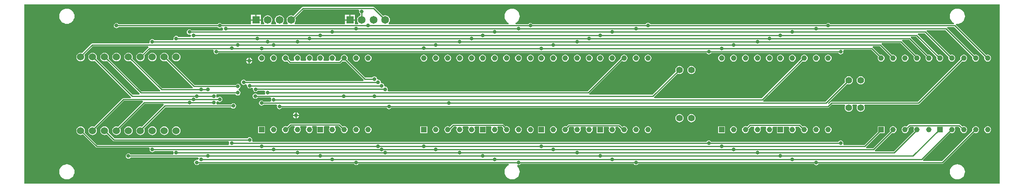
<source format=gtl>
G04 Layer_Physical_Order=1*
G04 Layer_Color=255*
%FSLAX25Y25*%
%MOIN*%
G70*
G01*
G75*
%ADD10C,0.01000*%
%ADD11C,0.05575*%
%ADD12R,0.06496X0.06496*%
%ADD13C,0.06496*%
%ADD14C,0.04528*%
%ADD15R,0.04528X0.04528*%
%ADD16C,0.06000*%
%ADD17C,0.03150*%
G36*
X816400Y-150300D02*
X0D01*
Y0D01*
X816400D01*
Y-150300D01*
D02*
G37*
%LPC*%
G36*
X292253Y-2204D02*
X292253Y-2204D01*
X233102D01*
X232673Y-2289D01*
X232309Y-2532D01*
X232309Y-2532D01*
X225151Y-9690D01*
X224332Y-9351D01*
X223328Y-9219D01*
X222323Y-9351D01*
X221387Y-9739D01*
X220583Y-10356D01*
X219966Y-11159D01*
X219579Y-12095D01*
X219446Y-13100D01*
X219579Y-14105D01*
X219966Y-15041D01*
X220456Y-15678D01*
X220288Y-16288D01*
X220027Y-16679D01*
X216785D01*
X216525Y-16288D01*
X216357Y-15678D01*
X216846Y-15041D01*
X217234Y-14105D01*
X217366Y-13100D01*
X217234Y-12095D01*
X216846Y-11159D01*
X216230Y-10356D01*
X215426Y-9739D01*
X214490Y-9351D01*
X213485Y-9219D01*
X212480Y-9351D01*
X211544Y-9739D01*
X210741Y-10356D01*
X210124Y-11159D01*
X209736Y-12095D01*
X209604Y-13100D01*
X209736Y-14105D01*
X210124Y-15041D01*
X210613Y-15678D01*
X210445Y-16288D01*
X210185Y-16679D01*
X206943D01*
X206682Y-16288D01*
X206514Y-15678D01*
X207004Y-15041D01*
X207392Y-14105D01*
X207524Y-13100D01*
X207392Y-12095D01*
X207004Y-11159D01*
X206387Y-10356D01*
X205583Y-9739D01*
X204647Y-9351D01*
X203643Y-9219D01*
X202638Y-9351D01*
X201702Y-9739D01*
X200898Y-10356D01*
X200281Y-11159D01*
X199893Y-12095D01*
X199761Y-13100D01*
X199893Y-14105D01*
X200281Y-15041D01*
X200771Y-15678D01*
X200603Y-16288D01*
X200342Y-16679D01*
X198048D01*
Y-13600D01*
X189552D01*
Y-16679D01*
X165366D01*
X165068Y-16232D01*
X164349Y-15751D01*
X163500Y-15583D01*
X162651Y-15751D01*
X161932Y-16232D01*
X161634Y-16679D01*
X78925D01*
X78626Y-16232D01*
X77907Y-15751D01*
X77058Y-15583D01*
X76210Y-15751D01*
X75490Y-16232D01*
X75010Y-16951D01*
X74841Y-17800D01*
X75010Y-18649D01*
X75490Y-19368D01*
X76210Y-19849D01*
X77058Y-20017D01*
X77907Y-19849D01*
X78626Y-19368D01*
X78925Y-18922D01*
X161634D01*
X161932Y-19368D01*
X162651Y-19849D01*
X163500Y-20017D01*
X164349Y-19849D01*
X165053Y-19378D01*
X165086Y-19370D01*
X165607Y-19442D01*
X166294Y-20442D01*
X166283Y-20500D01*
X166398Y-21078D01*
X165955Y-21855D01*
X165736Y-22079D01*
X139966D01*
X139668Y-21632D01*
X138949Y-21151D01*
X138100Y-20983D01*
X137251Y-21151D01*
X136532Y-21632D01*
X136051Y-22351D01*
X135883Y-23200D01*
X136051Y-24049D01*
X136532Y-24768D01*
X137251Y-25249D01*
X138100Y-25417D01*
X138474Y-25343D01*
X139275Y-25834D01*
X139422Y-26096D01*
X139498Y-26478D01*
X139055Y-27255D01*
X138836Y-27478D01*
X128925D01*
X128626Y-27032D01*
X127907Y-26551D01*
X127058Y-26383D01*
X126210Y-26551D01*
X125490Y-27032D01*
X125010Y-27751D01*
X124841Y-28600D01*
X124956Y-29178D01*
X124513Y-29955D01*
X124295Y-30178D01*
X108924D01*
X108626Y-29732D01*
X107907Y-29251D01*
X107058Y-29083D01*
X106210Y-29251D01*
X105490Y-29732D01*
X105010Y-30451D01*
X104841Y-31300D01*
X104956Y-31878D01*
X104514Y-32655D01*
X104295Y-32878D01*
X56837D01*
X56837Y-32878D01*
X56408Y-32964D01*
X56044Y-33207D01*
X56044Y-33207D01*
X48393Y-40859D01*
X47998Y-40695D01*
X47058Y-40571D01*
X46119Y-40695D01*
X45243Y-41058D01*
X44491Y-41635D01*
X43914Y-42387D01*
X43551Y-43263D01*
X43427Y-44202D01*
X43551Y-45142D01*
X43914Y-46018D01*
X44491Y-46770D01*
X45243Y-47347D01*
X46119Y-47710D01*
X47058Y-47833D01*
X47998Y-47710D01*
X48874Y-47347D01*
X49626Y-46770D01*
X50203Y-46018D01*
X50566Y-45142D01*
X50689Y-44202D01*
X50566Y-43263D01*
X50203Y-42387D01*
X50131Y-42293D01*
X57302Y-35122D01*
X103482D01*
X103791Y-36059D01*
X103792Y-36122D01*
X98861Y-41053D01*
X97998Y-40695D01*
X97058Y-40571D01*
X96118Y-40695D01*
X95243Y-41058D01*
X94491Y-41635D01*
X93914Y-42387D01*
X93551Y-43263D01*
X93427Y-44202D01*
X93551Y-45142D01*
X93914Y-46018D01*
X94491Y-46770D01*
X95243Y-47347D01*
X96118Y-47710D01*
X97058Y-47833D01*
X97998Y-47710D01*
X98874Y-47347D01*
X99626Y-46770D01*
X100203Y-46018D01*
X100566Y-45142D01*
X100689Y-44202D01*
X100566Y-43263D01*
X100348Y-42738D01*
X105065Y-38022D01*
X157843D01*
X158424Y-39022D01*
X158314Y-39575D01*
X158483Y-40423D01*
X158964Y-41143D01*
X159683Y-41623D01*
X160531Y-41792D01*
X161380Y-41623D01*
X162100Y-41143D01*
X162398Y-40696D01*
X570885D01*
X571267Y-41268D01*
X571986Y-41749D01*
X572835Y-41917D01*
X573683Y-41749D01*
X574403Y-41268D01*
X574785Y-40696D01*
X681197D01*
X681601Y-41302D01*
X682321Y-41783D01*
X683169Y-41951D01*
X684018Y-41783D01*
X684737Y-41302D01*
X685218Y-40582D01*
X685387Y-39734D01*
X685245Y-39022D01*
X685374Y-38670D01*
X685844Y-38022D01*
X708640D01*
X714421Y-43802D01*
X714189Y-44360D01*
X714091Y-45108D01*
X714189Y-45856D01*
X714478Y-46552D01*
X714937Y-47150D01*
X715535Y-47609D01*
X716232Y-47898D01*
X716980Y-47996D01*
X717727Y-47898D01*
X718424Y-47609D01*
X719022Y-47150D01*
X719481Y-46552D01*
X719770Y-45856D01*
X719868Y-45108D01*
X719770Y-44360D01*
X719481Y-43664D01*
X719022Y-43065D01*
X718424Y-42606D01*
X717727Y-42318D01*
X716980Y-42219D01*
X716232Y-42318D01*
X716145Y-42354D01*
X709913Y-36122D01*
X709914Y-36059D01*
X710223Y-35122D01*
X715740D01*
X724421Y-43802D01*
X724190Y-44360D01*
X724091Y-45108D01*
X724190Y-45856D01*
X724478Y-46552D01*
X724937Y-47150D01*
X725535Y-47609D01*
X726232Y-47898D01*
X726979Y-47996D01*
X727727Y-47898D01*
X728424Y-47609D01*
X729022Y-47150D01*
X729481Y-46552D01*
X729770Y-45856D01*
X729868Y-45108D01*
X729770Y-44360D01*
X729481Y-43664D01*
X729022Y-43065D01*
X728424Y-42606D01*
X727727Y-42318D01*
X726979Y-42219D01*
X726232Y-42318D01*
X726145Y-42354D01*
X717213Y-33422D01*
X717470Y-32576D01*
X717585Y-32422D01*
X733041D01*
X744421Y-43802D01*
X744190Y-44360D01*
X744091Y-45108D01*
X744190Y-45856D01*
X744478Y-46552D01*
X744937Y-47150D01*
X745535Y-47609D01*
X746232Y-47898D01*
X746980Y-47996D01*
X747727Y-47898D01*
X748424Y-47609D01*
X749022Y-47150D01*
X749481Y-46552D01*
X749770Y-45856D01*
X749868Y-45108D01*
X749770Y-44360D01*
X749481Y-43664D01*
X749022Y-43065D01*
X748424Y-42606D01*
X747727Y-42318D01*
X746980Y-42219D01*
X746232Y-42318D01*
X746145Y-42354D01*
X734513Y-30722D01*
X734769Y-29876D01*
X734885Y-29722D01*
X740341D01*
X754421Y-43802D01*
X754189Y-44360D01*
X754091Y-45108D01*
X754189Y-45856D01*
X754478Y-46552D01*
X754937Y-47150D01*
X755535Y-47609D01*
X756232Y-47898D01*
X756980Y-47996D01*
X757727Y-47898D01*
X758424Y-47609D01*
X759022Y-47150D01*
X759481Y-46552D01*
X759770Y-45856D01*
X759868Y-45108D01*
X759770Y-44360D01*
X759481Y-43664D01*
X759022Y-43065D01*
X758424Y-42606D01*
X757727Y-42318D01*
X756980Y-42219D01*
X756232Y-42318D01*
X756145Y-42354D01*
X741813Y-28022D01*
X742069Y-27176D01*
X742184Y-27022D01*
X746164D01*
X763432Y-44289D01*
X763402Y-44360D01*
X763304Y-45108D01*
X763402Y-45856D01*
X763691Y-46552D01*
X764150Y-47150D01*
X764748Y-47609D01*
X765445Y-47898D01*
X766192Y-47996D01*
X766940Y-47898D01*
X767636Y-47609D01*
X768235Y-47150D01*
X768694Y-46552D01*
X768982Y-45856D01*
X769081Y-45108D01*
X768982Y-44360D01*
X768694Y-43664D01*
X768235Y-43065D01*
X767636Y-42606D01*
X766940Y-42318D01*
X766192Y-42219D01*
X765445Y-42318D01*
X764870Y-42556D01*
X747636Y-25321D01*
X747893Y-24476D01*
X748008Y-24321D01*
X753464D01*
X773432Y-44289D01*
X773402Y-44360D01*
X773304Y-45108D01*
X773402Y-45856D01*
X773691Y-46552D01*
X774150Y-47150D01*
X774748Y-47609D01*
X775445Y-47898D01*
X776192Y-47996D01*
X776940Y-47898D01*
X777636Y-47609D01*
X778235Y-47150D01*
X778694Y-46552D01*
X778982Y-45856D01*
X779081Y-45108D01*
X778982Y-44360D01*
X778694Y-43664D01*
X778235Y-43065D01*
X777636Y-42606D01*
X776940Y-42318D01*
X776192Y-42219D01*
X775445Y-42318D01*
X774870Y-42556D01*
X754936Y-22622D01*
X755193Y-21776D01*
X755308Y-21621D01*
X770764D01*
X793432Y-44289D01*
X793402Y-44360D01*
X793304Y-45108D01*
X793402Y-45856D01*
X793691Y-46552D01*
X794150Y-47150D01*
X794748Y-47609D01*
X795444Y-47898D01*
X796192Y-47996D01*
X796940Y-47898D01*
X797636Y-47609D01*
X798235Y-47150D01*
X798694Y-46552D01*
X798982Y-45856D01*
X799081Y-45108D01*
X798982Y-44360D01*
X798694Y-43664D01*
X798235Y-43065D01*
X797636Y-42606D01*
X796940Y-42318D01*
X796192Y-42219D01*
X795444Y-42318D01*
X794870Y-42556D01*
X772236Y-19921D01*
X772493Y-19076D01*
X772608Y-18922D01*
X778064D01*
X803432Y-44289D01*
X803402Y-44360D01*
X803304Y-45108D01*
X803402Y-45856D01*
X803691Y-46552D01*
X804150Y-47150D01*
X804748Y-47609D01*
X805445Y-47898D01*
X806192Y-47996D01*
X806940Y-47898D01*
X807636Y-47609D01*
X808235Y-47150D01*
X808694Y-46552D01*
X808982Y-45856D01*
X809081Y-45108D01*
X808982Y-44360D01*
X808694Y-43664D01*
X808235Y-43065D01*
X807636Y-42606D01*
X806940Y-42318D01*
X806192Y-42219D01*
X805445Y-42318D01*
X804870Y-42556D01*
X779543Y-17228D01*
X779937Y-16262D01*
X780833Y-16350D01*
X782069Y-16228D01*
X783259Y-15867D01*
X784355Y-15282D01*
X785315Y-14493D01*
X786103Y-13533D01*
X786689Y-12437D01*
X787050Y-11248D01*
X787172Y-10011D01*
X787050Y-8774D01*
X786689Y-7585D01*
X786103Y-6489D01*
X785315Y-5528D01*
X784355Y-4740D01*
X783259Y-4154D01*
X782069Y-3793D01*
X780833Y-3672D01*
X779596Y-3793D01*
X778407Y-4154D01*
X777311Y-4740D01*
X776350Y-5528D01*
X775562Y-6489D01*
X774976Y-7585D01*
X774615Y-8774D01*
X774494Y-10011D01*
X774615Y-11248D01*
X774976Y-12437D01*
X775562Y-13533D01*
X776350Y-14493D01*
X777311Y-15282D01*
X778053Y-15678D01*
X777803Y-16679D01*
X674554D01*
X674256Y-16232D01*
X673537Y-15751D01*
X672688Y-15583D01*
X671840Y-15751D01*
X671120Y-16232D01*
X670822Y-16679D01*
X523834D01*
X523469Y-16132D01*
X522749Y-15651D01*
X521901Y-15483D01*
X521052Y-15651D01*
X520333Y-16132D01*
X519968Y-16679D01*
X425342D01*
X425043Y-16232D01*
X424324Y-15751D01*
X423476Y-15583D01*
X422627Y-15751D01*
X421908Y-16232D01*
X421609Y-16679D01*
X411225D01*
X410974Y-15678D01*
X411717Y-15282D01*
X412677Y-14493D01*
X413466Y-13533D01*
X414051Y-12437D01*
X414412Y-11248D01*
X414534Y-10011D01*
X414412Y-8774D01*
X414051Y-7585D01*
X413466Y-6489D01*
X412677Y-5528D01*
X411717Y-4740D01*
X410621Y-4154D01*
X409432Y-3793D01*
X408195Y-3672D01*
X406958Y-3793D01*
X405769Y-4154D01*
X404673Y-4740D01*
X403712Y-5528D01*
X402924Y-6489D01*
X402338Y-7585D01*
X401977Y-8774D01*
X401856Y-10011D01*
X401977Y-11248D01*
X402338Y-12437D01*
X402924Y-13533D01*
X403712Y-14493D01*
X404673Y-15282D01*
X405415Y-15678D01*
X405165Y-16679D01*
X305328D01*
X305067Y-16288D01*
X304899Y-15678D01*
X305389Y-15041D01*
X305777Y-14105D01*
X305909Y-13100D01*
X305777Y-12095D01*
X305389Y-11159D01*
X304772Y-10356D01*
X303968Y-9739D01*
X303032Y-9351D01*
X302028Y-9219D01*
X301023Y-9351D01*
X300204Y-9690D01*
X293046Y-2532D01*
X292682Y-2289D01*
X292253Y-2204D01*
D02*
G37*
G36*
X198048Y-8852D02*
X194300D01*
Y-12600D01*
X198048D01*
Y-8852D01*
D02*
G37*
G36*
X193300D02*
X189552D01*
Y-12600D01*
X193300D01*
Y-8852D01*
D02*
G37*
G36*
X35557Y-3672D02*
X34320Y-3793D01*
X33131Y-4154D01*
X32035Y-4740D01*
X31075Y-5528D01*
X30286Y-6489D01*
X29700Y-7585D01*
X29340Y-8774D01*
X29218Y-10011D01*
X29340Y-11248D01*
X29700Y-12437D01*
X30286Y-13533D01*
X31075Y-14493D01*
X32035Y-15282D01*
X33131Y-15867D01*
X34320Y-16228D01*
X35557Y-16350D01*
X36794Y-16228D01*
X37983Y-15867D01*
X39079Y-15282D01*
X40040Y-14493D01*
X40828Y-13533D01*
X41414Y-12437D01*
X41774Y-11248D01*
X41896Y-10011D01*
X41774Y-8774D01*
X41414Y-7585D01*
X40828Y-6489D01*
X40040Y-5528D01*
X39079Y-4740D01*
X37983Y-4154D01*
X36794Y-3793D01*
X35557Y-3672D01*
D02*
G37*
G36*
X188689Y-44781D02*
Y-46813D01*
X190720D01*
X190698Y-46640D01*
X190438Y-46014D01*
X190025Y-45476D01*
X189488Y-45063D01*
X188861Y-44804D01*
X188689Y-44781D01*
D02*
G37*
G36*
X187689D02*
X187517Y-44804D01*
X186890Y-45063D01*
X186353Y-45476D01*
X185940Y-46014D01*
X185680Y-46640D01*
X185658Y-46813D01*
X187689D01*
Y-44781D01*
D02*
G37*
G36*
X127058Y-40571D02*
X126119Y-40695D01*
X125243Y-41058D01*
X124491Y-41635D01*
X123914Y-42387D01*
X123551Y-43263D01*
X123427Y-44202D01*
X123551Y-45142D01*
X123914Y-46018D01*
X124491Y-46770D01*
X125243Y-47347D01*
X126119Y-47710D01*
X127058Y-47833D01*
X127998Y-47710D01*
X128874Y-47347D01*
X129626Y-46770D01*
X130203Y-46018D01*
X130566Y-45142D01*
X130689Y-44202D01*
X130566Y-43263D01*
X130203Y-42387D01*
X129626Y-41635D01*
X128874Y-41058D01*
X127998Y-40695D01*
X127058Y-40571D01*
D02*
G37*
G36*
X107058D02*
X106119Y-40695D01*
X105243Y-41058D01*
X104491Y-41635D01*
X103914Y-42387D01*
X103551Y-43263D01*
X103427Y-44202D01*
X103551Y-45142D01*
X103914Y-46018D01*
X104491Y-46770D01*
X105243Y-47347D01*
X106119Y-47710D01*
X107058Y-47833D01*
X107998Y-47710D01*
X108874Y-47347D01*
X109626Y-46770D01*
X110203Y-46018D01*
X110566Y-45142D01*
X110689Y-44202D01*
X110566Y-43263D01*
X110203Y-42387D01*
X109626Y-41635D01*
X108874Y-41058D01*
X107998Y-40695D01*
X107058Y-40571D01*
D02*
G37*
G36*
X77058D02*
X76118Y-40695D01*
X75243Y-41058D01*
X74491Y-41635D01*
X73914Y-42387D01*
X73551Y-43263D01*
X73427Y-44202D01*
X73551Y-45142D01*
X73914Y-46018D01*
X74491Y-46770D01*
X75243Y-47347D01*
X76118Y-47710D01*
X77058Y-47833D01*
X77998Y-47710D01*
X78874Y-47347D01*
X79626Y-46770D01*
X80203Y-46018D01*
X80566Y-45142D01*
X80689Y-44202D01*
X80566Y-43263D01*
X80203Y-42387D01*
X79626Y-41635D01*
X78874Y-41058D01*
X77998Y-40695D01*
X77058Y-40571D01*
D02*
G37*
G36*
X736979Y-42219D02*
X736232Y-42318D01*
X735535Y-42606D01*
X734937Y-43065D01*
X734478Y-43664D01*
X734190Y-44360D01*
X734091Y-45108D01*
X734190Y-45856D01*
X734478Y-46552D01*
X734937Y-47150D01*
X735535Y-47609D01*
X736232Y-47898D01*
X736979Y-47996D01*
X737727Y-47898D01*
X738424Y-47609D01*
X739022Y-47150D01*
X739481Y-46552D01*
X739770Y-45856D01*
X739868Y-45108D01*
X739770Y-44360D01*
X739481Y-43664D01*
X739022Y-43065D01*
X738424Y-42606D01*
X737727Y-42318D01*
X736979Y-42219D01*
D02*
G37*
G36*
X672688D02*
X671941Y-42318D01*
X671244Y-42606D01*
X670646Y-43065D01*
X670187Y-43664D01*
X669898Y-44360D01*
X669800Y-45108D01*
X669898Y-45856D01*
X670187Y-46552D01*
X670646Y-47150D01*
X671244Y-47609D01*
X671941Y-47898D01*
X672688Y-47996D01*
X673436Y-47898D01*
X674132Y-47609D01*
X674731Y-47150D01*
X675190Y-46552D01*
X675478Y-45856D01*
X675577Y-45108D01*
X675478Y-44360D01*
X675190Y-43664D01*
X674731Y-43065D01*
X674132Y-42606D01*
X673436Y-42318D01*
X672688Y-42219D01*
D02*
G37*
G36*
X662688D02*
X661941Y-42318D01*
X661244Y-42606D01*
X660646Y-43065D01*
X660187Y-43664D01*
X659898Y-44360D01*
X659800Y-45108D01*
X659898Y-45856D01*
X660187Y-46552D01*
X660646Y-47150D01*
X661244Y-47609D01*
X661941Y-47898D01*
X662688Y-47996D01*
X663436Y-47898D01*
X664132Y-47609D01*
X664731Y-47150D01*
X665190Y-46552D01*
X665478Y-45856D01*
X665577Y-45108D01*
X665478Y-44360D01*
X665190Y-43664D01*
X664731Y-43065D01*
X664132Y-42606D01*
X663436Y-42318D01*
X662688Y-42219D01*
D02*
G37*
G36*
X786192D02*
X785444Y-42318D01*
X784748Y-42606D01*
X784150Y-43065D01*
X783691Y-43664D01*
X783402Y-44360D01*
X783304Y-45108D01*
X783402Y-45856D01*
X783432Y-45927D01*
X747636Y-81723D01*
X675456D01*
X675027Y-81808D01*
X674663Y-82051D01*
X674663Y-82051D01*
X672821Y-83893D01*
X672791Y-83886D01*
X672472Y-82791D01*
X688474Y-66789D01*
X689061Y-67032D01*
X689945Y-67148D01*
X690829Y-67032D01*
X691653Y-66690D01*
X692361Y-66147D01*
X692904Y-65440D01*
X693245Y-64616D01*
X693362Y-63731D01*
X693245Y-62847D01*
X692904Y-62023D01*
X692361Y-61316D01*
X691653Y-60773D01*
X690829Y-60431D01*
X689945Y-60315D01*
X689061Y-60431D01*
X688237Y-60773D01*
X687529Y-61316D01*
X686986Y-62023D01*
X686645Y-62847D01*
X686528Y-63731D01*
X686645Y-64616D01*
X686888Y-65203D01*
X670412Y-81678D01*
X618659D01*
X618350Y-80741D01*
X618348Y-80678D01*
X651367Y-47660D01*
X651941Y-47898D01*
X652688Y-47996D01*
X653436Y-47898D01*
X654132Y-47609D01*
X654731Y-47150D01*
X655190Y-46552D01*
X655478Y-45856D01*
X655577Y-45108D01*
X655478Y-44360D01*
X655190Y-43664D01*
X654731Y-43065D01*
X654132Y-42606D01*
X653436Y-42318D01*
X652688Y-42219D01*
X651941Y-42318D01*
X651244Y-42606D01*
X650646Y-43065D01*
X650187Y-43664D01*
X649898Y-44360D01*
X649800Y-45108D01*
X649898Y-45856D01*
X649928Y-45927D01*
X617076Y-78778D01*
X527356D01*
X527241Y-78624D01*
X526984Y-77778D01*
X546724Y-58039D01*
X547311Y-58282D01*
X548195Y-58398D01*
X549079Y-58282D01*
X549903Y-57940D01*
X550611Y-57397D01*
X551154Y-56690D01*
X551495Y-55866D01*
X551612Y-54981D01*
X551495Y-54097D01*
X551154Y-53273D01*
X550611Y-52566D01*
X549903Y-52023D01*
X549079Y-51681D01*
X548195Y-51565D01*
X547311Y-51681D01*
X546487Y-52023D01*
X545779Y-52566D01*
X545236Y-53273D01*
X544895Y-54097D01*
X544778Y-54981D01*
X544895Y-55866D01*
X545138Y-56453D01*
X525712Y-75878D01*
X472983D01*
X472673Y-74941D01*
X472672Y-74878D01*
X500165Y-47385D01*
X500456Y-47609D01*
X501153Y-47898D01*
X501901Y-47996D01*
X502648Y-47898D01*
X503345Y-47609D01*
X503943Y-47150D01*
X504402Y-46552D01*
X504691Y-45856D01*
X504789Y-45108D01*
X504691Y-44360D01*
X504402Y-43664D01*
X503943Y-43065D01*
X503345Y-42606D01*
X502648Y-42318D01*
X501901Y-42219D01*
X501153Y-42318D01*
X500456Y-42606D01*
X499858Y-43065D01*
X499399Y-43664D01*
X499111Y-44360D01*
X499012Y-45108D01*
X499042Y-45336D01*
X471400Y-72978D01*
X304619D01*
X304072Y-72160D01*
X304037Y-71978D01*
X304186Y-71230D01*
X304017Y-70381D01*
X303537Y-69662D01*
X302817Y-69181D01*
X301969Y-69012D01*
X301217Y-68300D01*
X301049Y-67451D01*
X300568Y-66732D01*
X299849Y-66251D01*
X299083Y-66099D01*
X299000Y-66083D01*
X298280Y-65400D01*
X298112Y-64551D01*
X297631Y-63832D01*
X296912Y-63351D01*
X296063Y-63183D01*
X296063Y-63183D01*
X295145Y-62670D01*
X294976Y-61822D01*
X294496Y-61102D01*
X293776Y-60622D01*
X292928Y-60453D01*
X292079Y-60622D01*
X291360Y-61102D01*
X291061Y-61549D01*
X285359D01*
X270240Y-46430D01*
X270478Y-45856D01*
X270577Y-45108D01*
X270478Y-44360D01*
X270190Y-43664D01*
X269731Y-43065D01*
X269132Y-42606D01*
X268436Y-42318D01*
X267688Y-42219D01*
X266941Y-42318D01*
X266244Y-42606D01*
X265646Y-43065D01*
X265187Y-43664D01*
X264898Y-44360D01*
X264800Y-45108D01*
X264898Y-45856D01*
X264928Y-45927D01*
X263376Y-47478D01*
X260739D01*
X260190Y-46552D01*
X260478Y-45856D01*
X260577Y-45108D01*
X260478Y-44360D01*
X260190Y-43664D01*
X259731Y-43065D01*
X259132Y-42606D01*
X258436Y-42318D01*
X257688Y-42219D01*
X256941Y-42318D01*
X256244Y-42606D01*
X255646Y-43065D01*
X255187Y-43664D01*
X254898Y-44360D01*
X254800Y-45108D01*
X254898Y-45856D01*
X255187Y-46552D01*
X254637Y-47478D01*
X250739D01*
X250190Y-46552D01*
X250478Y-45856D01*
X250577Y-45108D01*
X250478Y-44360D01*
X250190Y-43664D01*
X249731Y-43065D01*
X249132Y-42606D01*
X248436Y-42318D01*
X247688Y-42219D01*
X246941Y-42318D01*
X246244Y-42606D01*
X245646Y-43065D01*
X245187Y-43664D01*
X244898Y-44360D01*
X244800Y-45108D01*
X244898Y-45856D01*
X245187Y-46552D01*
X244637Y-47478D01*
X241527D01*
X240977Y-46552D01*
X241266Y-45856D01*
X241364Y-45108D01*
X241266Y-44360D01*
X240977Y-43664D01*
X240518Y-43065D01*
X239920Y-42606D01*
X239223Y-42318D01*
X238476Y-42219D01*
X237728Y-42318D01*
X237031Y-42606D01*
X236433Y-43065D01*
X235974Y-43664D01*
X235685Y-44360D01*
X235587Y-45108D01*
X235685Y-45856D01*
X235974Y-46552D01*
X235424Y-47478D01*
X231527D01*
X230977Y-46552D01*
X231266Y-45856D01*
X231364Y-45108D01*
X231266Y-44360D01*
X230977Y-43664D01*
X230518Y-43065D01*
X229920Y-42606D01*
X229223Y-42318D01*
X228476Y-42219D01*
X227728Y-42318D01*
X227031Y-42606D01*
X226433Y-43065D01*
X225974Y-43664D01*
X225686Y-44360D01*
X225587Y-45108D01*
X225686Y-45856D01*
X225974Y-46552D01*
X225424Y-47478D01*
X222766D01*
X221230Y-45942D01*
X221266Y-45856D01*
X221364Y-45108D01*
X221266Y-44360D01*
X220977Y-43664D01*
X220518Y-43065D01*
X219920Y-42606D01*
X219223Y-42318D01*
X218476Y-42219D01*
X217728Y-42318D01*
X217031Y-42606D01*
X216433Y-43065D01*
X215974Y-43664D01*
X215686Y-44360D01*
X215587Y-45108D01*
X215686Y-45856D01*
X215974Y-46552D01*
X216433Y-47150D01*
X217031Y-47609D01*
X217728Y-47898D01*
X218476Y-47996D01*
X219223Y-47898D01*
X219782Y-47667D01*
X221508Y-49393D01*
X221508Y-49393D01*
X221872Y-49636D01*
X222301Y-49722D01*
X222301Y-49722D01*
X263841D01*
X263841Y-49722D01*
X264270Y-49636D01*
X264634Y-49393D01*
X266367Y-47660D01*
X266941Y-47898D01*
X267688Y-47996D01*
X268436Y-47898D01*
X268507Y-47868D01*
X283917Y-63278D01*
X283729Y-64000D01*
X283535Y-64278D01*
X185366D01*
X185068Y-63832D01*
X184349Y-63351D01*
X183500Y-63183D01*
X182651Y-63351D01*
X181932Y-63832D01*
X181451Y-64551D01*
X181283Y-65400D01*
X181451Y-66249D01*
X181932Y-66968D01*
X182651Y-67449D01*
X183500Y-67617D01*
X184349Y-67449D01*
X185014Y-67004D01*
X185100Y-66970D01*
X185666Y-67013D01*
X186347Y-67978D01*
X186283Y-68300D01*
X186451Y-69149D01*
X186932Y-69868D01*
X187651Y-70349D01*
X188500Y-70517D01*
X189349Y-70349D01*
X190068Y-69868D01*
X190620Y-69897D01*
X190779Y-70003D01*
X191372Y-70850D01*
X191283Y-71300D01*
X191451Y-72149D01*
X191932Y-72868D01*
X192651Y-73349D01*
X193500Y-73517D01*
X194349Y-73349D01*
X195068Y-72868D01*
X195433Y-72322D01*
X200870D01*
X201433Y-73222D01*
X201437Y-73322D01*
X201283Y-74100D01*
X201437Y-74878D01*
X201433Y-74978D01*
X200870Y-75878D01*
X195166D01*
X194868Y-75432D01*
X194149Y-74951D01*
X193300Y-74783D01*
X192451Y-74951D01*
X191732Y-75432D01*
X191251Y-76151D01*
X191083Y-77000D01*
X191251Y-77849D01*
X191732Y-78568D01*
X192451Y-79049D01*
X193300Y-79217D01*
X194149Y-79049D01*
X194868Y-78568D01*
X195166Y-78122D01*
X206070D01*
X206633Y-79022D01*
X206637Y-79122D01*
X206483Y-79900D01*
X206637Y-80678D01*
X206633Y-80778D01*
X206070Y-81678D01*
X200366D01*
X200068Y-81232D01*
X199349Y-80751D01*
X198500Y-80583D01*
X197651Y-80751D01*
X196932Y-81232D01*
X196451Y-81951D01*
X196283Y-82800D01*
X196451Y-83649D01*
X196932Y-84368D01*
X197651Y-84849D01*
X198500Y-85017D01*
X199349Y-84849D01*
X200068Y-84368D01*
X200366Y-83922D01*
X210870D01*
X211433Y-84822D01*
X211437Y-84922D01*
X211283Y-85700D01*
X211451Y-86549D01*
X211932Y-87268D01*
X212651Y-87749D01*
X213500Y-87917D01*
X214349Y-87749D01*
X215068Y-87268D01*
X215366Y-86822D01*
X303252D01*
X303550Y-87268D01*
X304270Y-87749D01*
X305118Y-87917D01*
X305967Y-87749D01*
X306686Y-87268D01*
X306984Y-86822D01*
X672600D01*
X672600Y-86822D01*
X673029Y-86736D01*
X673393Y-86493D01*
X675920Y-83966D01*
X686537D01*
X687030Y-84966D01*
X686986Y-85023D01*
X686645Y-85847D01*
X686528Y-86731D01*
X686645Y-87616D01*
X686986Y-88440D01*
X687529Y-89147D01*
X688237Y-89690D01*
X689061Y-90032D01*
X689945Y-90148D01*
X690829Y-90032D01*
X691653Y-89690D01*
X692361Y-89147D01*
X692904Y-88440D01*
X693245Y-87616D01*
X693362Y-86731D01*
X693245Y-85847D01*
X692904Y-85023D01*
X692860Y-84966D01*
X693353Y-83966D01*
X696537D01*
X697030Y-84966D01*
X696986Y-85023D01*
X696645Y-85847D01*
X696528Y-86731D01*
X696645Y-87616D01*
X696986Y-88440D01*
X697529Y-89147D01*
X698237Y-89690D01*
X699061Y-90032D01*
X699945Y-90148D01*
X700829Y-90032D01*
X701653Y-89690D01*
X702361Y-89147D01*
X702904Y-88440D01*
X703245Y-87616D01*
X703362Y-86731D01*
X703245Y-85847D01*
X702904Y-85023D01*
X702860Y-84966D01*
X703353Y-83966D01*
X748100D01*
X748100Y-83966D01*
X748530Y-83880D01*
X748893Y-83637D01*
X784870Y-47660D01*
X785444Y-47898D01*
X786192Y-47996D01*
X786940Y-47898D01*
X787636Y-47609D01*
X788235Y-47150D01*
X788694Y-46552D01*
X788982Y-45856D01*
X789081Y-45108D01*
X788982Y-44360D01*
X788694Y-43664D01*
X788235Y-43065D01*
X787636Y-42606D01*
X786940Y-42318D01*
X786192Y-42219D01*
D02*
G37*
G36*
X642688D02*
X641941Y-42318D01*
X641244Y-42606D01*
X640646Y-43065D01*
X640187Y-43664D01*
X639898Y-44360D01*
X639800Y-45108D01*
X639898Y-45856D01*
X640187Y-46552D01*
X640646Y-47150D01*
X641244Y-47609D01*
X641941Y-47898D01*
X642688Y-47996D01*
X643436Y-47898D01*
X644132Y-47609D01*
X644731Y-47150D01*
X645190Y-46552D01*
X645478Y-45856D01*
X645577Y-45108D01*
X645478Y-44360D01*
X645190Y-43664D01*
X644731Y-43065D01*
X644132Y-42606D01*
X643436Y-42318D01*
X642688Y-42219D01*
D02*
G37*
G36*
X632688D02*
X631941Y-42318D01*
X631244Y-42606D01*
X630646Y-43065D01*
X630187Y-43664D01*
X629898Y-44360D01*
X629800Y-45108D01*
X629898Y-45856D01*
X630187Y-46552D01*
X630646Y-47150D01*
X631244Y-47609D01*
X631941Y-47898D01*
X632688Y-47996D01*
X633436Y-47898D01*
X634132Y-47609D01*
X634731Y-47150D01*
X635190Y-46552D01*
X635478Y-45856D01*
X635577Y-45108D01*
X635478Y-44360D01*
X635190Y-43664D01*
X634731Y-43065D01*
X634132Y-42606D01*
X633436Y-42318D01*
X632688Y-42219D01*
D02*
G37*
G36*
X623476D02*
X622728Y-42318D01*
X622031Y-42606D01*
X621433Y-43065D01*
X620974Y-43664D01*
X620685Y-44360D01*
X620587Y-45108D01*
X620685Y-45856D01*
X620974Y-46552D01*
X621433Y-47150D01*
X622031Y-47609D01*
X622728Y-47898D01*
X623476Y-47996D01*
X624223Y-47898D01*
X624920Y-47609D01*
X625518Y-47150D01*
X625977Y-46552D01*
X626266Y-45856D01*
X626364Y-45108D01*
X626266Y-44360D01*
X625977Y-43664D01*
X625518Y-43065D01*
X624920Y-42606D01*
X624223Y-42318D01*
X623476Y-42219D01*
D02*
G37*
G36*
X613476D02*
X612728Y-42318D01*
X612031Y-42606D01*
X611433Y-43065D01*
X610974Y-43664D01*
X610685Y-44360D01*
X610587Y-45108D01*
X610685Y-45856D01*
X610974Y-46552D01*
X611433Y-47150D01*
X612031Y-47609D01*
X612728Y-47898D01*
X613476Y-47996D01*
X614223Y-47898D01*
X614920Y-47609D01*
X615518Y-47150D01*
X615977Y-46552D01*
X616266Y-45856D01*
X616364Y-45108D01*
X616266Y-44360D01*
X615977Y-43664D01*
X615518Y-43065D01*
X614920Y-42606D01*
X614223Y-42318D01*
X613476Y-42219D01*
D02*
G37*
G36*
X603476D02*
X602728Y-42318D01*
X602031Y-42606D01*
X601433Y-43065D01*
X600974Y-43664D01*
X600686Y-44360D01*
X600587Y-45108D01*
X600686Y-45856D01*
X600974Y-46552D01*
X601433Y-47150D01*
X602031Y-47609D01*
X602728Y-47898D01*
X603476Y-47996D01*
X604223Y-47898D01*
X604920Y-47609D01*
X605518Y-47150D01*
X605977Y-46552D01*
X606266Y-45856D01*
X606364Y-45108D01*
X606266Y-44360D01*
X605977Y-43664D01*
X605518Y-43065D01*
X604920Y-42606D01*
X604223Y-42318D01*
X603476Y-42219D01*
D02*
G37*
G36*
X593476D02*
X592728Y-42318D01*
X592031Y-42606D01*
X591433Y-43065D01*
X590974Y-43664D01*
X590686Y-44360D01*
X590587Y-45108D01*
X590686Y-45856D01*
X590974Y-46552D01*
X591433Y-47150D01*
X592031Y-47609D01*
X592728Y-47898D01*
X593476Y-47996D01*
X594223Y-47898D01*
X594920Y-47609D01*
X595518Y-47150D01*
X595977Y-46552D01*
X596266Y-45856D01*
X596364Y-45108D01*
X596266Y-44360D01*
X595977Y-43664D01*
X595518Y-43065D01*
X594920Y-42606D01*
X594223Y-42318D01*
X593476Y-42219D01*
D02*
G37*
G36*
X583476D02*
X582728Y-42318D01*
X582031Y-42606D01*
X581433Y-43065D01*
X580974Y-43664D01*
X580686Y-44360D01*
X580587Y-45108D01*
X580686Y-45856D01*
X580974Y-46552D01*
X581433Y-47150D01*
X582031Y-47609D01*
X582728Y-47898D01*
X583476Y-47996D01*
X584223Y-47898D01*
X584920Y-47609D01*
X585518Y-47150D01*
X585977Y-46552D01*
X586266Y-45856D01*
X586364Y-45108D01*
X586266Y-44360D01*
X585977Y-43664D01*
X585518Y-43065D01*
X584920Y-42606D01*
X584223Y-42318D01*
X583476Y-42219D01*
D02*
G37*
G36*
X521901D02*
X521153Y-42318D01*
X520457Y-42606D01*
X519858Y-43065D01*
X519399Y-43664D01*
X519111Y-44360D01*
X519012Y-45108D01*
X519111Y-45856D01*
X519399Y-46552D01*
X519858Y-47150D01*
X520457Y-47609D01*
X521153Y-47898D01*
X521901Y-47996D01*
X522648Y-47898D01*
X523345Y-47609D01*
X523943Y-47150D01*
X524402Y-46552D01*
X524691Y-45856D01*
X524789Y-45108D01*
X524691Y-44360D01*
X524402Y-43664D01*
X523943Y-43065D01*
X523345Y-42606D01*
X522648Y-42318D01*
X521901Y-42219D01*
D02*
G37*
G36*
X511901D02*
X511153Y-42318D01*
X510457Y-42606D01*
X509858Y-43065D01*
X509399Y-43664D01*
X509111Y-44360D01*
X509012Y-45108D01*
X509111Y-45856D01*
X509399Y-46552D01*
X509858Y-47150D01*
X510457Y-47609D01*
X511153Y-47898D01*
X511901Y-47996D01*
X512648Y-47898D01*
X513345Y-47609D01*
X513943Y-47150D01*
X514402Y-46552D01*
X514691Y-45856D01*
X514789Y-45108D01*
X514691Y-44360D01*
X514402Y-43664D01*
X513943Y-43065D01*
X513345Y-42606D01*
X512648Y-42318D01*
X511901Y-42219D01*
D02*
G37*
G36*
X491901D02*
X491153Y-42318D01*
X490456Y-42606D01*
X489858Y-43065D01*
X489399Y-43664D01*
X489111Y-44360D01*
X489012Y-45108D01*
X489111Y-45856D01*
X489399Y-46552D01*
X489858Y-47150D01*
X490456Y-47609D01*
X491153Y-47898D01*
X491901Y-47996D01*
X492648Y-47898D01*
X493345Y-47609D01*
X493943Y-47150D01*
X494402Y-46552D01*
X494691Y-45856D01*
X494789Y-45108D01*
X494691Y-44360D01*
X494402Y-43664D01*
X493943Y-43065D01*
X493345Y-42606D01*
X492648Y-42318D01*
X491901Y-42219D01*
D02*
G37*
G36*
X481901D02*
X481153Y-42318D01*
X480456Y-42606D01*
X479858Y-43065D01*
X479399Y-43664D01*
X479111Y-44360D01*
X479012Y-45108D01*
X479111Y-45856D01*
X479399Y-46552D01*
X479858Y-47150D01*
X480456Y-47609D01*
X481153Y-47898D01*
X481901Y-47996D01*
X482648Y-47898D01*
X483345Y-47609D01*
X483943Y-47150D01*
X484402Y-46552D01*
X484691Y-45856D01*
X484789Y-45108D01*
X484691Y-44360D01*
X484402Y-43664D01*
X483943Y-43065D01*
X483345Y-42606D01*
X482648Y-42318D01*
X481901Y-42219D01*
D02*
G37*
G36*
X472688D02*
X471941Y-42318D01*
X471244Y-42606D01*
X470646Y-43065D01*
X470187Y-43664D01*
X469898Y-44360D01*
X469800Y-45108D01*
X469898Y-45856D01*
X470187Y-46552D01*
X470646Y-47150D01*
X471244Y-47609D01*
X471941Y-47898D01*
X472688Y-47996D01*
X473436Y-47898D01*
X474132Y-47609D01*
X474731Y-47150D01*
X475190Y-46552D01*
X475478Y-45856D01*
X475577Y-45108D01*
X475478Y-44360D01*
X475190Y-43664D01*
X474731Y-43065D01*
X474132Y-42606D01*
X473436Y-42318D01*
X472688Y-42219D01*
D02*
G37*
G36*
X462688D02*
X461941Y-42318D01*
X461244Y-42606D01*
X460646Y-43065D01*
X460187Y-43664D01*
X459898Y-44360D01*
X459800Y-45108D01*
X459898Y-45856D01*
X460187Y-46552D01*
X460646Y-47150D01*
X461244Y-47609D01*
X461941Y-47898D01*
X462688Y-47996D01*
X463436Y-47898D01*
X464132Y-47609D01*
X464731Y-47150D01*
X465190Y-46552D01*
X465478Y-45856D01*
X465577Y-45108D01*
X465478Y-44360D01*
X465190Y-43664D01*
X464731Y-43065D01*
X464132Y-42606D01*
X463436Y-42318D01*
X462688Y-42219D01*
D02*
G37*
G36*
X452688D02*
X451941Y-42318D01*
X451244Y-42606D01*
X450646Y-43065D01*
X450187Y-43664D01*
X449898Y-44360D01*
X449800Y-45108D01*
X449898Y-45856D01*
X450187Y-46552D01*
X450646Y-47150D01*
X451244Y-47609D01*
X451941Y-47898D01*
X452688Y-47996D01*
X453436Y-47898D01*
X454132Y-47609D01*
X454731Y-47150D01*
X455190Y-46552D01*
X455478Y-45856D01*
X455577Y-45108D01*
X455478Y-44360D01*
X455190Y-43664D01*
X454731Y-43065D01*
X454132Y-42606D01*
X453436Y-42318D01*
X452688Y-42219D01*
D02*
G37*
G36*
X442688D02*
X441941Y-42318D01*
X441244Y-42606D01*
X440646Y-43065D01*
X440187Y-43664D01*
X439898Y-44360D01*
X439800Y-45108D01*
X439898Y-45856D01*
X440187Y-46552D01*
X440646Y-47150D01*
X441244Y-47609D01*
X441941Y-47898D01*
X442688Y-47996D01*
X443436Y-47898D01*
X444132Y-47609D01*
X444731Y-47150D01*
X445190Y-46552D01*
X445478Y-45856D01*
X445577Y-45108D01*
X445478Y-44360D01*
X445190Y-43664D01*
X444731Y-43065D01*
X444132Y-42606D01*
X443436Y-42318D01*
X442688Y-42219D01*
D02*
G37*
G36*
X432688D02*
X431941Y-42318D01*
X431244Y-42606D01*
X430646Y-43065D01*
X430187Y-43664D01*
X429898Y-44360D01*
X429800Y-45108D01*
X429898Y-45856D01*
X430187Y-46552D01*
X430646Y-47150D01*
X431244Y-47609D01*
X431941Y-47898D01*
X432688Y-47996D01*
X433436Y-47898D01*
X434132Y-47609D01*
X434731Y-47150D01*
X435190Y-46552D01*
X435478Y-45856D01*
X435577Y-45108D01*
X435478Y-44360D01*
X435190Y-43664D01*
X434731Y-43065D01*
X434132Y-42606D01*
X433436Y-42318D01*
X432688Y-42219D01*
D02*
G37*
G36*
X423476D02*
X422728Y-42318D01*
X422031Y-42606D01*
X421433Y-43065D01*
X420974Y-43664D01*
X420685Y-44360D01*
X420587Y-45108D01*
X420685Y-45856D01*
X420974Y-46552D01*
X421433Y-47150D01*
X422031Y-47609D01*
X422728Y-47898D01*
X423476Y-47996D01*
X424223Y-47898D01*
X424920Y-47609D01*
X425518Y-47150D01*
X425977Y-46552D01*
X426266Y-45856D01*
X426364Y-45108D01*
X426266Y-44360D01*
X425977Y-43664D01*
X425518Y-43065D01*
X424920Y-42606D01*
X424223Y-42318D01*
X423476Y-42219D01*
D02*
G37*
G36*
X413476D02*
X412728Y-42318D01*
X412031Y-42606D01*
X411433Y-43065D01*
X410974Y-43664D01*
X410685Y-44360D01*
X410587Y-45108D01*
X410685Y-45856D01*
X410974Y-46552D01*
X411433Y-47150D01*
X412031Y-47609D01*
X412728Y-47898D01*
X413476Y-47996D01*
X414223Y-47898D01*
X414920Y-47609D01*
X415518Y-47150D01*
X415977Y-46552D01*
X416266Y-45856D01*
X416364Y-45108D01*
X416266Y-44360D01*
X415977Y-43664D01*
X415518Y-43065D01*
X414920Y-42606D01*
X414223Y-42318D01*
X413476Y-42219D01*
D02*
G37*
G36*
X403476D02*
X402728Y-42318D01*
X402031Y-42606D01*
X401433Y-43065D01*
X400974Y-43664D01*
X400686Y-44360D01*
X400587Y-45108D01*
X400686Y-45856D01*
X400974Y-46552D01*
X401433Y-47150D01*
X402031Y-47609D01*
X402728Y-47898D01*
X403476Y-47996D01*
X404223Y-47898D01*
X404920Y-47609D01*
X405518Y-47150D01*
X405977Y-46552D01*
X406266Y-45856D01*
X406364Y-45108D01*
X406266Y-44360D01*
X405977Y-43664D01*
X405518Y-43065D01*
X404920Y-42606D01*
X404223Y-42318D01*
X403476Y-42219D01*
D02*
G37*
G36*
X393476D02*
X392728Y-42318D01*
X392031Y-42606D01*
X391433Y-43065D01*
X390974Y-43664D01*
X390686Y-44360D01*
X390587Y-45108D01*
X390686Y-45856D01*
X390974Y-46552D01*
X391433Y-47150D01*
X392031Y-47609D01*
X392728Y-47898D01*
X393476Y-47996D01*
X394223Y-47898D01*
X394920Y-47609D01*
X395518Y-47150D01*
X395977Y-46552D01*
X396266Y-45856D01*
X396364Y-45108D01*
X396266Y-44360D01*
X395977Y-43664D01*
X395518Y-43065D01*
X394920Y-42606D01*
X394223Y-42318D01*
X393476Y-42219D01*
D02*
G37*
G36*
X383476D02*
X382728Y-42318D01*
X382031Y-42606D01*
X381433Y-43065D01*
X380974Y-43664D01*
X380685Y-44360D01*
X380587Y-45108D01*
X380685Y-45856D01*
X380974Y-46552D01*
X381433Y-47150D01*
X382031Y-47609D01*
X382728Y-47898D01*
X383476Y-47996D01*
X384223Y-47898D01*
X384920Y-47609D01*
X385518Y-47150D01*
X385977Y-46552D01*
X386266Y-45856D01*
X386364Y-45108D01*
X386266Y-44360D01*
X385977Y-43664D01*
X385518Y-43065D01*
X384920Y-42606D01*
X384223Y-42318D01*
X383476Y-42219D01*
D02*
G37*
G36*
X374263D02*
X373515Y-42318D01*
X372819Y-42606D01*
X372220Y-43065D01*
X371761Y-43664D01*
X371473Y-44360D01*
X371375Y-45108D01*
X371473Y-45856D01*
X371761Y-46552D01*
X372220Y-47150D01*
X372819Y-47609D01*
X373515Y-47898D01*
X374263Y-47996D01*
X375011Y-47898D01*
X375707Y-47609D01*
X376306Y-47150D01*
X376764Y-46552D01*
X377053Y-45856D01*
X377151Y-45108D01*
X377053Y-44360D01*
X376764Y-43664D01*
X376306Y-43065D01*
X375707Y-42606D01*
X375011Y-42318D01*
X374263Y-42219D01*
D02*
G37*
G36*
X364263D02*
X363515Y-42318D01*
X362819Y-42606D01*
X362221Y-43065D01*
X361761Y-43664D01*
X361473Y-44360D01*
X361374Y-45108D01*
X361473Y-45856D01*
X361761Y-46552D01*
X362221Y-47150D01*
X362819Y-47609D01*
X363515Y-47898D01*
X364263Y-47996D01*
X365011Y-47898D01*
X365707Y-47609D01*
X366305Y-47150D01*
X366764Y-46552D01*
X367053Y-45856D01*
X367151Y-45108D01*
X367053Y-44360D01*
X366764Y-43664D01*
X366305Y-43065D01*
X365707Y-42606D01*
X365011Y-42318D01*
X364263Y-42219D01*
D02*
G37*
G36*
X354263D02*
X353515Y-42318D01*
X352819Y-42606D01*
X352221Y-43065D01*
X351762Y-43664D01*
X351473Y-44360D01*
X351375Y-45108D01*
X351473Y-45856D01*
X351762Y-46552D01*
X352221Y-47150D01*
X352819Y-47609D01*
X353515Y-47898D01*
X354263Y-47996D01*
X355011Y-47898D01*
X355707Y-47609D01*
X356306Y-47150D01*
X356765Y-46552D01*
X357053Y-45856D01*
X357152Y-45108D01*
X357053Y-44360D01*
X356765Y-43664D01*
X356306Y-43065D01*
X355707Y-42606D01*
X355011Y-42318D01*
X354263Y-42219D01*
D02*
G37*
G36*
X344263D02*
X343515Y-42318D01*
X342819Y-42606D01*
X342220Y-43065D01*
X341761Y-43664D01*
X341473Y-44360D01*
X341374Y-45108D01*
X341473Y-45856D01*
X341761Y-46552D01*
X342220Y-47150D01*
X342819Y-47609D01*
X343515Y-47898D01*
X344263Y-47996D01*
X345011Y-47898D01*
X345707Y-47609D01*
X346305Y-47150D01*
X346764Y-46552D01*
X347053Y-45856D01*
X347151Y-45108D01*
X347053Y-44360D01*
X346764Y-43664D01*
X346305Y-43065D01*
X345707Y-42606D01*
X345011Y-42318D01*
X344263Y-42219D01*
D02*
G37*
G36*
X334263D02*
X333515Y-42318D01*
X332819Y-42606D01*
X332221Y-43065D01*
X331762Y-43664D01*
X331473Y-44360D01*
X331375Y-45108D01*
X331473Y-45856D01*
X331762Y-46552D01*
X332221Y-47150D01*
X332819Y-47609D01*
X333515Y-47898D01*
X334263Y-47996D01*
X335011Y-47898D01*
X335707Y-47609D01*
X336305Y-47150D01*
X336765Y-46552D01*
X337053Y-45856D01*
X337152Y-45108D01*
X337053Y-44360D01*
X336765Y-43664D01*
X336305Y-43065D01*
X335707Y-42606D01*
X335011Y-42318D01*
X334263Y-42219D01*
D02*
G37*
G36*
X287688D02*
X286941Y-42318D01*
X286244Y-42606D01*
X285646Y-43065D01*
X285187Y-43664D01*
X284898Y-44360D01*
X284800Y-45108D01*
X284898Y-45856D01*
X285187Y-46552D01*
X285646Y-47150D01*
X286244Y-47609D01*
X286941Y-47898D01*
X287688Y-47996D01*
X288436Y-47898D01*
X289132Y-47609D01*
X289731Y-47150D01*
X290190Y-46552D01*
X290478Y-45856D01*
X290577Y-45108D01*
X290478Y-44360D01*
X290190Y-43664D01*
X289731Y-43065D01*
X289132Y-42606D01*
X288436Y-42318D01*
X287688Y-42219D01*
D02*
G37*
G36*
X277688D02*
X276941Y-42318D01*
X276244Y-42606D01*
X275646Y-43065D01*
X275187Y-43664D01*
X274898Y-44360D01*
X274800Y-45108D01*
X274898Y-45856D01*
X275187Y-46552D01*
X275646Y-47150D01*
X276244Y-47609D01*
X276941Y-47898D01*
X277688Y-47996D01*
X278436Y-47898D01*
X279132Y-47609D01*
X279731Y-47150D01*
X280190Y-46552D01*
X280478Y-45856D01*
X280577Y-45108D01*
X280478Y-44360D01*
X280190Y-43664D01*
X279731Y-43065D01*
X279132Y-42606D01*
X278436Y-42318D01*
X277688Y-42219D01*
D02*
G37*
G36*
X208476D02*
X207728Y-42318D01*
X207031Y-42606D01*
X206433Y-43065D01*
X205974Y-43664D01*
X205685Y-44360D01*
X205587Y-45108D01*
X205685Y-45856D01*
X205974Y-46552D01*
X206433Y-47150D01*
X207031Y-47609D01*
X207728Y-47898D01*
X208476Y-47996D01*
X209223Y-47898D01*
X209920Y-47609D01*
X210518Y-47150D01*
X210977Y-46552D01*
X211266Y-45856D01*
X211364Y-45108D01*
X211266Y-44360D01*
X210977Y-43664D01*
X210518Y-43065D01*
X209920Y-42606D01*
X209223Y-42318D01*
X208476Y-42219D01*
D02*
G37*
G36*
X198476D02*
X197728Y-42318D01*
X197031Y-42606D01*
X196433Y-43065D01*
X195974Y-43664D01*
X195686Y-44360D01*
X195587Y-45108D01*
X195686Y-45856D01*
X195974Y-46552D01*
X196433Y-47150D01*
X197031Y-47609D01*
X197728Y-47898D01*
X198476Y-47996D01*
X199223Y-47898D01*
X199920Y-47609D01*
X200518Y-47150D01*
X200977Y-46552D01*
X201266Y-45856D01*
X201364Y-45108D01*
X201266Y-44360D01*
X200977Y-43664D01*
X200518Y-43065D01*
X199920Y-42606D01*
X199223Y-42318D01*
X198476Y-42219D01*
D02*
G37*
G36*
X190720Y-47813D02*
X188689D01*
Y-49844D01*
X188861Y-49821D01*
X189488Y-49562D01*
X190025Y-49149D01*
X190438Y-48611D01*
X190698Y-47985D01*
X190720Y-47813D01*
D02*
G37*
G36*
X187689D02*
X185658D01*
X185680Y-47985D01*
X185940Y-48611D01*
X186353Y-49149D01*
X186890Y-49562D01*
X187517Y-49821D01*
X187689Y-49844D01*
Y-47813D01*
D02*
G37*
G36*
X558195Y-51565D02*
X557311Y-51681D01*
X556487Y-52023D01*
X555779Y-52566D01*
X555236Y-53273D01*
X554895Y-54097D01*
X554778Y-54981D01*
X554895Y-55866D01*
X555236Y-56690D01*
X555779Y-57397D01*
X556487Y-57940D01*
X557311Y-58282D01*
X558195Y-58398D01*
X559079Y-58282D01*
X559903Y-57940D01*
X560611Y-57397D01*
X561154Y-56690D01*
X561495Y-55866D01*
X561612Y-54981D01*
X561495Y-54097D01*
X561154Y-53273D01*
X560611Y-52566D01*
X559903Y-52023D01*
X559079Y-51681D01*
X558195Y-51565D01*
D02*
G37*
G36*
X699945Y-60315D02*
X699061Y-60431D01*
X698237Y-60773D01*
X697529Y-61316D01*
X696986Y-62023D01*
X696645Y-62847D01*
X696528Y-63731D01*
X696645Y-64616D01*
X696986Y-65440D01*
X697529Y-66147D01*
X698237Y-66690D01*
X699061Y-67032D01*
X699945Y-67148D01*
X700829Y-67032D01*
X701653Y-66690D01*
X702361Y-66147D01*
X702904Y-65440D01*
X703245Y-64616D01*
X703362Y-63731D01*
X703245Y-62847D01*
X702904Y-62023D01*
X702361Y-61316D01*
X701653Y-60773D01*
X700829Y-60431D01*
X699945Y-60315D01*
D02*
G37*
G36*
X117058Y-40571D02*
X116119Y-40695D01*
X115243Y-41058D01*
X114491Y-41635D01*
X113914Y-42387D01*
X113551Y-43263D01*
X113427Y-44202D01*
X113551Y-45142D01*
X113914Y-46018D01*
X114491Y-46770D01*
X115243Y-47347D01*
X116119Y-47710D01*
X117058Y-47833D01*
X117998Y-47710D01*
X118874Y-47347D01*
X118968Y-47275D01*
X141072Y-69378D01*
X140815Y-70224D01*
X140700Y-70378D01*
X115244D01*
X90402Y-45537D01*
X90566Y-45142D01*
X90689Y-44202D01*
X90566Y-43263D01*
X90203Y-42387D01*
X89626Y-41635D01*
X88874Y-41058D01*
X87998Y-40695D01*
X87058Y-40571D01*
X86119Y-40695D01*
X85243Y-41058D01*
X84491Y-41635D01*
X83914Y-42387D01*
X83551Y-43263D01*
X83427Y-44202D01*
X83551Y-45142D01*
X83914Y-46018D01*
X84491Y-46770D01*
X85243Y-47347D01*
X86119Y-47710D01*
X87058Y-47833D01*
X87998Y-47710D01*
X88874Y-47347D01*
X88968Y-47275D01*
X113753Y-72059D01*
X113448Y-72982D01*
X113387Y-73059D01*
X97925D01*
X70402Y-45537D01*
X70566Y-45142D01*
X70689Y-44202D01*
X70566Y-43263D01*
X70203Y-42387D01*
X69626Y-41635D01*
X68874Y-41058D01*
X67998Y-40695D01*
X67058Y-40571D01*
X66119Y-40695D01*
X65243Y-41058D01*
X64491Y-41635D01*
X63914Y-42387D01*
X63551Y-43263D01*
X63427Y-44202D01*
X63551Y-45142D01*
X63914Y-46018D01*
X64491Y-46770D01*
X65243Y-47347D01*
X66119Y-47710D01*
X67058Y-47833D01*
X67998Y-47710D01*
X68874Y-47347D01*
X68968Y-47275D01*
X96472Y-74778D01*
X96259Y-75546D01*
X96094Y-75778D01*
X90644D01*
X60402Y-45537D01*
X60566Y-45142D01*
X60689Y-44202D01*
X60566Y-43263D01*
X60203Y-42387D01*
X59626Y-41635D01*
X58874Y-41058D01*
X57998Y-40695D01*
X57058Y-40571D01*
X56119Y-40695D01*
X55243Y-41058D01*
X54491Y-41635D01*
X53914Y-42387D01*
X53551Y-43263D01*
X53427Y-44202D01*
X53551Y-45142D01*
X53914Y-46018D01*
X54491Y-46770D01*
X55243Y-47347D01*
X56119Y-47710D01*
X57058Y-47833D01*
X57998Y-47710D01*
X58874Y-47347D01*
X58968Y-47275D01*
X89272Y-77578D01*
X89195Y-78049D01*
X88911Y-78578D01*
X82948D01*
X82948Y-78578D01*
X82519Y-78664D01*
X82155Y-78907D01*
X82155Y-78907D01*
X58393Y-102670D01*
X57998Y-102506D01*
X57058Y-102382D01*
X56119Y-102506D01*
X55243Y-102869D01*
X54491Y-103446D01*
X53914Y-104198D01*
X53551Y-105074D01*
X53427Y-106013D01*
X53551Y-106953D01*
X53914Y-107829D01*
X54491Y-108581D01*
X55243Y-109158D01*
X56119Y-109521D01*
X57058Y-109644D01*
X57998Y-109521D01*
X58874Y-109158D01*
X59626Y-108581D01*
X60203Y-107829D01*
X60566Y-106953D01*
X60689Y-106013D01*
X60566Y-105074D01*
X60203Y-104198D01*
X60131Y-104104D01*
X83413Y-80822D01*
X98869D01*
X98984Y-80976D01*
X99241Y-81822D01*
X78393Y-102670D01*
X77998Y-102506D01*
X77058Y-102382D01*
X76118Y-102506D01*
X75243Y-102869D01*
X74491Y-103446D01*
X73914Y-104198D01*
X73551Y-105074D01*
X73427Y-106013D01*
X73551Y-106953D01*
X73914Y-107829D01*
X74491Y-108581D01*
X75243Y-109158D01*
X76118Y-109521D01*
X77058Y-109644D01*
X77998Y-109521D01*
X78874Y-109158D01*
X79626Y-108581D01*
X80203Y-107829D01*
X80566Y-106953D01*
X80689Y-106013D01*
X80566Y-105074D01*
X80203Y-104198D01*
X80131Y-104104D01*
X100713Y-83522D01*
X116180D01*
X116464Y-84051D01*
X116541Y-84522D01*
X98393Y-102670D01*
X97998Y-102506D01*
X97058Y-102382D01*
X96118Y-102506D01*
X95243Y-102869D01*
X94491Y-103446D01*
X93914Y-104198D01*
X93551Y-105074D01*
X93427Y-106013D01*
X93551Y-106953D01*
X93914Y-107829D01*
X94491Y-108581D01*
X95243Y-109158D01*
X96118Y-109521D01*
X97058Y-109644D01*
X97998Y-109521D01*
X98874Y-109158D01*
X99626Y-108581D01*
X100203Y-107829D01*
X100566Y-106953D01*
X100689Y-106013D01*
X100566Y-105074D01*
X100203Y-104198D01*
X100131Y-104104D01*
X117913Y-86322D01*
X173034D01*
X173332Y-86768D01*
X174051Y-87249D01*
X174900Y-87417D01*
X175749Y-87249D01*
X176468Y-86768D01*
X176949Y-86049D01*
X177117Y-85200D01*
X176949Y-84351D01*
X176468Y-83632D01*
X175749Y-83151D01*
X174900Y-82983D01*
X174051Y-83151D01*
X173332Y-83632D01*
X173034Y-84078D01*
X161197D01*
X160920Y-83724D01*
X160582Y-83078D01*
X160717Y-82400D01*
X160706Y-82342D01*
X161393Y-81342D01*
X161914Y-81270D01*
X161947Y-81278D01*
X162651Y-81749D01*
X163500Y-81917D01*
X164349Y-81749D01*
X165068Y-81268D01*
X165549Y-80549D01*
X165717Y-79700D01*
X165549Y-78851D01*
X165068Y-78132D01*
X164349Y-77651D01*
X163500Y-77483D01*
X162651Y-77651D01*
X161932Y-78132D01*
X161495Y-78172D01*
X160809Y-78012D01*
X160582Y-77578D01*
X160717Y-76900D01*
X160599Y-76302D01*
X161023Y-75545D01*
X161251Y-75302D01*
X176734D01*
X177032Y-75749D01*
X177751Y-76230D01*
X178600Y-76398D01*
X179449Y-76230D01*
X180168Y-75749D01*
X180649Y-75029D01*
X180817Y-74181D01*
X180649Y-73332D01*
X180168Y-72613D01*
X179522Y-72181D01*
X179449Y-72132D01*
X179316Y-72042D01*
X179222Y-71951D01*
X179397Y-70906D01*
X179440Y-70878D01*
X179549Y-70849D01*
X179576Y-70831D01*
X180268Y-70368D01*
X180749Y-69649D01*
X180917Y-68800D01*
X180749Y-67951D01*
X180268Y-67232D01*
X179549Y-66751D01*
X178700Y-66583D01*
X177851Y-66751D01*
X177132Y-67232D01*
X176834Y-67678D01*
X142544D01*
X120402Y-45537D01*
X120566Y-45142D01*
X120689Y-44202D01*
X120566Y-43263D01*
X120203Y-42387D01*
X119626Y-41635D01*
X118874Y-41058D01*
X117998Y-40695D01*
X117058Y-40571D01*
D02*
G37*
G36*
X227764Y-90549D02*
Y-92580D01*
X229795D01*
X229772Y-92408D01*
X229513Y-91782D01*
X229100Y-91244D01*
X228562Y-90831D01*
X227936Y-90572D01*
X227764Y-90549D01*
D02*
G37*
G36*
X226764D02*
X226592Y-90572D01*
X225965Y-90831D01*
X225427Y-91244D01*
X225015Y-91782D01*
X224755Y-92408D01*
X224733Y-92580D01*
X226764D01*
Y-90549D01*
D02*
G37*
G36*
X229795Y-93580D02*
X227764D01*
Y-95612D01*
X227936Y-95589D01*
X228562Y-95329D01*
X229100Y-94917D01*
X229513Y-94379D01*
X229772Y-93752D01*
X229795Y-93580D01*
D02*
G37*
G36*
X226764D02*
X224733D01*
X224755Y-93752D01*
X225015Y-94379D01*
X225427Y-94917D01*
X225965Y-95329D01*
X226592Y-95589D01*
X226764Y-95612D01*
Y-93580D01*
D02*
G37*
G36*
X558195Y-92065D02*
X557311Y-92181D01*
X556487Y-92523D01*
X555779Y-93066D01*
X555236Y-93773D01*
X554895Y-94597D01*
X554778Y-95481D01*
X554895Y-96366D01*
X555236Y-97190D01*
X555779Y-97897D01*
X556487Y-98440D01*
X557311Y-98782D01*
X558195Y-98898D01*
X559079Y-98782D01*
X559903Y-98440D01*
X560611Y-97897D01*
X561154Y-97190D01*
X561495Y-96366D01*
X561612Y-95481D01*
X561495Y-94597D01*
X561154Y-93773D01*
X560611Y-93066D01*
X559903Y-92523D01*
X559079Y-92181D01*
X558195Y-92065D01*
D02*
G37*
G36*
X548195D02*
X547311Y-92181D01*
X546487Y-92523D01*
X545779Y-93066D01*
X545236Y-93773D01*
X544895Y-94597D01*
X544778Y-95481D01*
X544895Y-96366D01*
X545236Y-97190D01*
X545779Y-97897D01*
X546487Y-98440D01*
X547311Y-98782D01*
X548195Y-98898D01*
X549079Y-98782D01*
X549903Y-98440D01*
X550611Y-97897D01*
X551154Y-97190D01*
X551495Y-96366D01*
X551612Y-95481D01*
X551495Y-94597D01*
X551154Y-93773D01*
X550611Y-93066D01*
X549903Y-92523D01*
X549079Y-92181D01*
X548195Y-92065D01*
D02*
G37*
G36*
X263325Y-99978D02*
X263325Y-99978D01*
X222817D01*
X222817Y-99978D01*
X222388Y-100064D01*
X222024Y-100307D01*
X222024Y-100307D01*
X219782Y-102549D01*
X219223Y-102318D01*
X218476Y-102219D01*
X217728Y-102318D01*
X217031Y-102606D01*
X216433Y-103065D01*
X215974Y-103664D01*
X215686Y-104360D01*
X215587Y-105108D01*
X215686Y-105856D01*
X215974Y-106552D01*
X216433Y-107150D01*
X217031Y-107609D01*
X217728Y-107898D01*
X218476Y-107996D01*
X219223Y-107898D01*
X219920Y-107609D01*
X220518Y-107150D01*
X220977Y-106552D01*
X221266Y-105856D01*
X221364Y-105108D01*
X221266Y-104360D01*
X221230Y-104273D01*
X223282Y-102222D01*
X225890D01*
X226158Y-102637D01*
X226313Y-103222D01*
X225974Y-103664D01*
X225686Y-104360D01*
X225587Y-105108D01*
X225686Y-105856D01*
X225974Y-106552D01*
X226433Y-107150D01*
X227031Y-107609D01*
X227728Y-107898D01*
X228476Y-107996D01*
X229223Y-107898D01*
X229920Y-107609D01*
X230518Y-107150D01*
X230977Y-106552D01*
X231266Y-105856D01*
X231364Y-105108D01*
X231266Y-104360D01*
X230977Y-103664D01*
X230638Y-103222D01*
X230793Y-102637D01*
X231061Y-102222D01*
X235890D01*
X236158Y-102637D01*
X236313Y-103222D01*
X235974Y-103664D01*
X235685Y-104360D01*
X235587Y-105108D01*
X235685Y-105856D01*
X235974Y-106552D01*
X236433Y-107150D01*
X237031Y-107609D01*
X237728Y-107898D01*
X238476Y-107996D01*
X239223Y-107898D01*
X239920Y-107609D01*
X240518Y-107150D01*
X240977Y-106552D01*
X241266Y-105856D01*
X241364Y-105108D01*
X241266Y-104360D01*
X240977Y-103664D01*
X240638Y-103222D01*
X240793Y-102637D01*
X241061Y-102222D01*
X243834D01*
X244824Y-102244D01*
X244824Y-103222D01*
Y-107972D01*
X250552D01*
X250552Y-102244D01*
X251543Y-102222D01*
X255103D01*
X255370Y-102637D01*
X255526Y-103222D01*
X255187Y-103664D01*
X254898Y-104360D01*
X254800Y-105108D01*
X254898Y-105856D01*
X255187Y-106552D01*
X255646Y-107150D01*
X256244Y-107609D01*
X256941Y-107898D01*
X257688Y-107996D01*
X258436Y-107898D01*
X259132Y-107609D01*
X259731Y-107150D01*
X260190Y-106552D01*
X260478Y-105856D01*
X260577Y-105108D01*
X260478Y-104360D01*
X260190Y-103664D01*
X259851Y-103222D01*
X260006Y-102637D01*
X260274Y-102222D01*
X262860D01*
X264928Y-104289D01*
X264898Y-104360D01*
X264800Y-105108D01*
X264898Y-105856D01*
X265187Y-106552D01*
X265646Y-107150D01*
X266244Y-107609D01*
X266941Y-107898D01*
X267688Y-107996D01*
X268436Y-107898D01*
X269132Y-107609D01*
X269731Y-107150D01*
X270190Y-106552D01*
X270478Y-105856D01*
X270577Y-105108D01*
X270478Y-104360D01*
X270190Y-103664D01*
X269731Y-103065D01*
X269132Y-102606D01*
X268436Y-102318D01*
X267688Y-102219D01*
X266941Y-102318D01*
X266367Y-102556D01*
X264118Y-100307D01*
X263754Y-100064D01*
X263325Y-99978D01*
D02*
G37*
G36*
X648725Y-100378D02*
X648725Y-100378D01*
X607417D01*
X607417Y-100378D01*
X606988Y-100464D01*
X606624Y-100707D01*
X606624Y-100707D01*
X604782Y-102549D01*
X604223Y-102318D01*
X603476Y-102219D01*
X602728Y-102318D01*
X602031Y-102606D01*
X601433Y-103065D01*
X600974Y-103664D01*
X600686Y-104360D01*
X600587Y-105108D01*
X600686Y-105856D01*
X600974Y-106552D01*
X601433Y-107150D01*
X602031Y-107609D01*
X602728Y-107898D01*
X603476Y-107996D01*
X604223Y-107898D01*
X604920Y-107609D01*
X605518Y-107150D01*
X605977Y-106552D01*
X606266Y-105856D01*
X606364Y-105108D01*
X606266Y-104360D01*
X606230Y-104273D01*
X607881Y-102622D01*
X610513D01*
X611006Y-103622D01*
X610974Y-103664D01*
X610685Y-104360D01*
X610587Y-105108D01*
X610685Y-105856D01*
X610974Y-106552D01*
X611433Y-107150D01*
X612031Y-107609D01*
X612728Y-107898D01*
X613476Y-107996D01*
X614223Y-107898D01*
X614920Y-107609D01*
X615518Y-107150D01*
X615977Y-106552D01*
X616266Y-105856D01*
X616364Y-105108D01*
X616266Y-104360D01*
X615977Y-103664D01*
X615945Y-103622D01*
X616438Y-102622D01*
X620513D01*
X621006Y-103622D01*
X620974Y-103664D01*
X620685Y-104360D01*
X620587Y-105108D01*
X620685Y-105856D01*
X620974Y-106552D01*
X621433Y-107150D01*
X622031Y-107609D01*
X622728Y-107898D01*
X623476Y-107996D01*
X624223Y-107898D01*
X624920Y-107609D01*
X625518Y-107150D01*
X625977Y-106552D01*
X626266Y-105856D01*
X626364Y-105108D01*
X626266Y-104360D01*
X625977Y-103664D01*
X625945Y-103622D01*
X626438Y-102622D01*
X629824D01*
Y-107972D01*
X635552D01*
Y-102622D01*
X639726D01*
X640219Y-103622D01*
X640187Y-103664D01*
X639898Y-104360D01*
X639800Y-105108D01*
X639898Y-105856D01*
X640187Y-106552D01*
X640646Y-107150D01*
X641244Y-107609D01*
X641941Y-107898D01*
X642688Y-107996D01*
X643436Y-107898D01*
X644132Y-107609D01*
X644731Y-107150D01*
X645190Y-106552D01*
X645478Y-105856D01*
X645577Y-105108D01*
X645478Y-104360D01*
X645190Y-103664D01*
X645157Y-103622D01*
X645650Y-102622D01*
X648260D01*
X649928Y-104289D01*
X649898Y-104360D01*
X649800Y-105108D01*
X649898Y-105856D01*
X650187Y-106552D01*
X650646Y-107150D01*
X651244Y-107609D01*
X651941Y-107898D01*
X652688Y-107996D01*
X653436Y-107898D01*
X654132Y-107609D01*
X654731Y-107150D01*
X655190Y-106552D01*
X655478Y-105856D01*
X655577Y-105108D01*
X655478Y-104360D01*
X655190Y-103664D01*
X654731Y-103065D01*
X654132Y-102606D01*
X653436Y-102318D01*
X652688Y-102219D01*
X651941Y-102318D01*
X651367Y-102556D01*
X649518Y-100707D01*
X649154Y-100464D01*
X648725Y-100378D01*
D02*
G37*
G36*
X782329Y-100478D02*
X782329Y-100478D01*
X740821D01*
X740821Y-100478D01*
X740392Y-100564D01*
X740028Y-100807D01*
X738286Y-102549D01*
X737727Y-102318D01*
X736979Y-102219D01*
X736232Y-102318D01*
X735535Y-102606D01*
X734937Y-103065D01*
X734478Y-103664D01*
X734190Y-104360D01*
X734091Y-105108D01*
X734190Y-105856D01*
X734478Y-106552D01*
X734937Y-107150D01*
X735535Y-107609D01*
X736232Y-107898D01*
X736979Y-107996D01*
X737727Y-107898D01*
X738424Y-107609D01*
X739022Y-107150D01*
X739481Y-106552D01*
X739770Y-105856D01*
X739868Y-105108D01*
X739770Y-104360D01*
X739734Y-104273D01*
X741286Y-102722D01*
X743940D01*
X744478Y-103664D01*
X744190Y-104360D01*
X744091Y-105108D01*
X744190Y-105856D01*
X744421Y-106414D01*
X727456Y-123378D01*
X712000D01*
X711885Y-123224D01*
X711629Y-122378D01*
X726145Y-107862D01*
X726232Y-107898D01*
X726979Y-107996D01*
X727727Y-107898D01*
X728424Y-107609D01*
X729022Y-107150D01*
X729481Y-106552D01*
X729770Y-105856D01*
X729868Y-105108D01*
X729770Y-104360D01*
X729481Y-103664D01*
X729022Y-103065D01*
X728424Y-102606D01*
X727727Y-102318D01*
X726979Y-102219D01*
X726232Y-102318D01*
X725535Y-102606D01*
X724937Y-103065D01*
X724478Y-103664D01*
X724190Y-104360D01*
X724091Y-105108D01*
X724190Y-105856D01*
X724421Y-106414D01*
X710156Y-120678D01*
X704700D01*
X704585Y-120524D01*
X704329Y-119678D01*
X716035Y-107972D01*
X719843D01*
Y-102244D01*
X714116D01*
Y-106719D01*
X702856Y-117978D01*
X685938D01*
X685722Y-117762D01*
X685273Y-116978D01*
X685387Y-116407D01*
X685218Y-115559D01*
X684737Y-114839D01*
X684018Y-114358D01*
X683169Y-114190D01*
X682321Y-114358D01*
X681601Y-114839D01*
X681308Y-115278D01*
X574701D01*
X574403Y-114832D01*
X573683Y-114351D01*
X572835Y-114183D01*
X571986Y-114351D01*
X571267Y-114832D01*
X570968Y-115278D01*
X191197D01*
X190920Y-114924D01*
X190583Y-114278D01*
X190717Y-113600D01*
X190549Y-112751D01*
X190068Y-112032D01*
X189349Y-111551D01*
X188500Y-111383D01*
X187651Y-111551D01*
X186932Y-112032D01*
X186634Y-112478D01*
X75533D01*
X70402Y-107348D01*
X70566Y-106953D01*
X70689Y-106013D01*
X70566Y-105074D01*
X70203Y-104198D01*
X69626Y-103446D01*
X68874Y-102869D01*
X67998Y-102506D01*
X67058Y-102382D01*
X66119Y-102506D01*
X65243Y-102869D01*
X64491Y-103446D01*
X63914Y-104198D01*
X63551Y-105074D01*
X63427Y-106013D01*
X63551Y-106953D01*
X63914Y-107829D01*
X64491Y-108581D01*
X65243Y-109158D01*
X66119Y-109521D01*
X67058Y-109644D01*
X67998Y-109521D01*
X68874Y-109158D01*
X68968Y-109086D01*
X74275Y-114393D01*
X74275Y-114393D01*
X74639Y-114636D01*
X75068Y-114722D01*
X170803D01*
X171080Y-115076D01*
X171417Y-115722D01*
X171283Y-116400D01*
X171398Y-116978D01*
X170955Y-117755D01*
X170736Y-117978D01*
X61033D01*
X50402Y-107348D01*
X50566Y-106953D01*
X50689Y-106013D01*
X50566Y-105074D01*
X50203Y-104198D01*
X49626Y-103446D01*
X48874Y-102869D01*
X47998Y-102506D01*
X47058Y-102382D01*
X46119Y-102506D01*
X45243Y-102869D01*
X44491Y-103446D01*
X43914Y-104198D01*
X43551Y-105074D01*
X43427Y-106013D01*
X43551Y-106953D01*
X43914Y-107829D01*
X44491Y-108581D01*
X45243Y-109158D01*
X46119Y-109521D01*
X47058Y-109644D01*
X47998Y-109521D01*
X48874Y-109158D01*
X48968Y-109086D01*
X59775Y-119893D01*
X59775Y-119893D01*
X60139Y-120136D01*
X60568Y-120222D01*
X60568Y-120222D01*
X104295D01*
X104514Y-120445D01*
X104956Y-121222D01*
X104841Y-121800D01*
X105010Y-122649D01*
X105490Y-123368D01*
X106210Y-123849D01*
X107058Y-124017D01*
X107907Y-123849D01*
X108626Y-123368D01*
X108924Y-122922D01*
X124295D01*
X124513Y-123145D01*
X124956Y-123922D01*
X124841Y-124500D01*
X124956Y-125078D01*
X124513Y-125855D01*
X124295Y-126078D01*
X88924D01*
X88626Y-125632D01*
X87907Y-125151D01*
X87058Y-124983D01*
X86210Y-125151D01*
X85490Y-125632D01*
X85010Y-126351D01*
X84841Y-127200D01*
X85010Y-128049D01*
X85490Y-128768D01*
X86210Y-129249D01*
X87058Y-129417D01*
X87907Y-129249D01*
X88626Y-128768D01*
X88924Y-128322D01*
X145136D01*
X145355Y-128545D01*
X145798Y-129322D01*
X145707Y-129778D01*
X145571Y-129979D01*
X144790Y-130536D01*
X144300Y-130439D01*
X143451Y-130608D01*
X142732Y-131088D01*
X142251Y-131808D01*
X142083Y-132656D01*
X142251Y-133505D01*
X142732Y-134224D01*
X143451Y-134705D01*
X144300Y-134874D01*
X145149Y-134705D01*
X145868Y-134224D01*
X146166Y-133778D01*
X275822D01*
X276120Y-134224D01*
X276840Y-134705D01*
X277688Y-134874D01*
X278537Y-134705D01*
X279256Y-134224D01*
X279554Y-133778D01*
X405184D01*
X405435Y-134778D01*
X404671Y-135186D01*
X403710Y-135974D01*
X402922Y-136935D01*
X402336Y-138031D01*
X401975Y-139220D01*
X401854Y-140457D01*
X401975Y-141694D01*
X402336Y-142883D01*
X402922Y-143979D01*
X403710Y-144939D01*
X404671Y-145728D01*
X405767Y-146314D01*
X406956Y-146674D01*
X408193Y-146796D01*
X409430Y-146674D01*
X410619Y-146314D01*
X411715Y-145728D01*
X412675Y-144939D01*
X413464Y-143979D01*
X414049Y-142883D01*
X414410Y-141694D01*
X414532Y-140457D01*
X414410Y-139220D01*
X414049Y-138031D01*
X413464Y-136935D01*
X412675Y-135974D01*
X412458Y-135796D01*
X412692Y-134750D01*
X412730Y-134725D01*
X413476Y-134874D01*
X414324Y-134705D01*
X415043Y-134224D01*
X415342Y-133778D01*
X510035D01*
X510333Y-134224D01*
X511052Y-134705D01*
X511901Y-134874D01*
X512749Y-134705D01*
X513469Y-134224D01*
X513767Y-133778D01*
X660793D01*
X661120Y-134268D01*
X661840Y-134749D01*
X662688Y-134917D01*
X663537Y-134749D01*
X664256Y-134268D01*
X664584Y-133778D01*
X768288D01*
X768288Y-133778D01*
X768717Y-133693D01*
X769081Y-133449D01*
X794870Y-107660D01*
X795444Y-107898D01*
X796192Y-107996D01*
X796940Y-107898D01*
X797636Y-107609D01*
X798235Y-107150D01*
X798694Y-106552D01*
X798982Y-105856D01*
X799081Y-105108D01*
X798982Y-104360D01*
X798694Y-103664D01*
X798235Y-103065D01*
X797636Y-102606D01*
X796940Y-102318D01*
X796192Y-102219D01*
X795444Y-102318D01*
X794748Y-102606D01*
X794150Y-103065D01*
X793691Y-103664D01*
X793402Y-104360D01*
X793304Y-105108D01*
X793402Y-105856D01*
X793432Y-105927D01*
X767824Y-131535D01*
X752378D01*
X752135Y-131157D01*
X751996Y-130535D01*
X774870Y-107660D01*
X775445Y-107898D01*
X776192Y-107996D01*
X776940Y-107898D01*
X777636Y-107609D01*
X778235Y-107150D01*
X778694Y-106552D01*
X778982Y-105856D01*
X779081Y-105108D01*
X778982Y-104360D01*
X778694Y-103664D01*
X779231Y-102722D01*
X781864D01*
X783432Y-104289D01*
X783402Y-104360D01*
X783304Y-105108D01*
X783402Y-105856D01*
X783691Y-106552D01*
X784150Y-107150D01*
X784748Y-107609D01*
X785444Y-107898D01*
X786192Y-107996D01*
X786940Y-107898D01*
X787636Y-107609D01*
X788235Y-107150D01*
X788694Y-106552D01*
X788982Y-105856D01*
X789081Y-105108D01*
X788982Y-104360D01*
X788694Y-103664D01*
X788235Y-103065D01*
X787636Y-102606D01*
X786940Y-102318D01*
X786192Y-102219D01*
X785444Y-102318D01*
X784870Y-102556D01*
X783122Y-100807D01*
X782758Y-100564D01*
X782329Y-100478D01*
D02*
G37*
G36*
X497448Y-100578D02*
X497448Y-100578D01*
X455741D01*
X455741Y-100578D01*
X455311Y-100664D01*
X454948Y-100907D01*
X454948Y-100907D01*
X453507Y-102347D01*
X453436Y-102318D01*
X452688Y-102219D01*
X451941Y-102318D01*
X451244Y-102606D01*
X450646Y-103065D01*
X450187Y-103664D01*
X449898Y-104360D01*
X449800Y-105108D01*
X449898Y-105856D01*
X450187Y-106552D01*
X450646Y-107150D01*
X451244Y-107609D01*
X451941Y-107898D01*
X452688Y-107996D01*
X453436Y-107898D01*
X454132Y-107609D01*
X454731Y-107150D01*
X455190Y-106552D01*
X455478Y-105856D01*
X455577Y-105108D01*
X455478Y-104360D01*
X455240Y-103786D01*
X456205Y-102822D01*
X459572D01*
X459903Y-103275D01*
X460121Y-103822D01*
X459898Y-104360D01*
X459800Y-105108D01*
X459898Y-105856D01*
X460187Y-106552D01*
X460646Y-107150D01*
X461244Y-107609D01*
X461941Y-107898D01*
X462688Y-107996D01*
X463436Y-107898D01*
X464132Y-107609D01*
X464731Y-107150D01*
X465190Y-106552D01*
X465478Y-105856D01*
X465577Y-105108D01*
X465478Y-104360D01*
X465255Y-103822D01*
X465473Y-103275D01*
X465804Y-102822D01*
X469572D01*
X469903Y-103275D01*
X470121Y-103822D01*
X469898Y-104360D01*
X469800Y-105108D01*
X469898Y-105856D01*
X470187Y-106552D01*
X470646Y-107150D01*
X471244Y-107609D01*
X471941Y-107898D01*
X472688Y-107996D01*
X473436Y-107898D01*
X474132Y-107609D01*
X474731Y-107150D01*
X475190Y-106552D01*
X475478Y-105856D01*
X475577Y-105108D01*
X475478Y-104360D01*
X475255Y-103822D01*
X475473Y-103275D01*
X475804Y-102822D01*
X479037D01*
Y-107972D01*
X484765D01*
Y-102822D01*
X488785D01*
X489116Y-103275D01*
X489334Y-103822D01*
X489111Y-104360D01*
X489012Y-105108D01*
X489111Y-105856D01*
X489399Y-106552D01*
X489858Y-107150D01*
X490456Y-107609D01*
X491153Y-107898D01*
X491901Y-107996D01*
X492648Y-107898D01*
X493345Y-107609D01*
X493943Y-107150D01*
X494402Y-106552D01*
X494691Y-105856D01*
X494789Y-105108D01*
X494691Y-104360D01*
X494468Y-103822D01*
X494686Y-103275D01*
X495017Y-102822D01*
X496984D01*
X499042Y-104880D01*
X499012Y-105108D01*
X499111Y-105856D01*
X499399Y-106552D01*
X499858Y-107150D01*
X500456Y-107609D01*
X501153Y-107898D01*
X501901Y-107996D01*
X502648Y-107898D01*
X503345Y-107609D01*
X503943Y-107150D01*
X504402Y-106552D01*
X504691Y-105856D01*
X504789Y-105108D01*
X504691Y-104360D01*
X504402Y-103664D01*
X503943Y-103065D01*
X503345Y-102606D01*
X502648Y-102318D01*
X501901Y-102219D01*
X501153Y-102318D01*
X500456Y-102606D01*
X500165Y-102830D01*
X498242Y-100907D01*
X497878Y-100664D01*
X497448Y-100578D01*
D02*
G37*
G36*
X400101Y-100278D02*
X400101Y-100278D01*
X358993D01*
X358564Y-100364D01*
X358200Y-100607D01*
X358200Y-100607D01*
X355986Y-102821D01*
X355707Y-102606D01*
X355011Y-102318D01*
X354263Y-102219D01*
X353515Y-102318D01*
X352819Y-102606D01*
X352221Y-103065D01*
X351762Y-103664D01*
X351473Y-104360D01*
X351375Y-105108D01*
X351473Y-105856D01*
X351762Y-106552D01*
X352221Y-107150D01*
X352819Y-107609D01*
X353515Y-107898D01*
X354263Y-107996D01*
X355011Y-107898D01*
X355707Y-107609D01*
X356306Y-107150D01*
X356765Y-106552D01*
X357053Y-105856D01*
X357152Y-105108D01*
X357119Y-104860D01*
X359458Y-102522D01*
X361377D01*
X361871Y-103522D01*
X361761Y-103664D01*
X361473Y-104360D01*
X361374Y-105108D01*
X361473Y-105856D01*
X361761Y-106552D01*
X362221Y-107150D01*
X362819Y-107609D01*
X363515Y-107898D01*
X364263Y-107996D01*
X365011Y-107898D01*
X365707Y-107609D01*
X366305Y-107150D01*
X366764Y-106552D01*
X367053Y-105856D01*
X367151Y-105108D01*
X367053Y-104360D01*
X366764Y-103664D01*
X366655Y-103522D01*
X367149Y-102522D01*
X371377D01*
X371870Y-103522D01*
X371761Y-103664D01*
X371473Y-104360D01*
X371375Y-105108D01*
X371473Y-105856D01*
X371761Y-106552D01*
X372220Y-107150D01*
X372819Y-107609D01*
X373515Y-107898D01*
X374263Y-107996D01*
X375011Y-107898D01*
X375707Y-107609D01*
X376306Y-107150D01*
X376764Y-106552D01*
X377053Y-105856D01*
X377151Y-105108D01*
X377053Y-104360D01*
X376764Y-103664D01*
X376656Y-103522D01*
X377149Y-102522D01*
X380612D01*
Y-107972D01*
X386339D01*
Y-102522D01*
X390590D01*
X391083Y-103522D01*
X390974Y-103664D01*
X390686Y-104360D01*
X390587Y-105108D01*
X390686Y-105856D01*
X390974Y-106552D01*
X391433Y-107150D01*
X392031Y-107609D01*
X392728Y-107898D01*
X393476Y-107996D01*
X394223Y-107898D01*
X394920Y-107609D01*
X395518Y-107150D01*
X395977Y-106552D01*
X396266Y-105856D01*
X396364Y-105108D01*
X396266Y-104360D01*
X395977Y-103664D01*
X395868Y-103522D01*
X396361Y-102522D01*
X399637D01*
X400917Y-103802D01*
X400686Y-104360D01*
X400587Y-105108D01*
X400686Y-105856D01*
X400974Y-106552D01*
X401433Y-107150D01*
X402031Y-107609D01*
X402728Y-107898D01*
X403476Y-107996D01*
X404223Y-107898D01*
X404920Y-107609D01*
X405518Y-107150D01*
X405977Y-106552D01*
X406266Y-105856D01*
X406364Y-105108D01*
X406266Y-104360D01*
X405977Y-103664D01*
X405518Y-103065D01*
X404920Y-102606D01*
X404223Y-102318D01*
X403476Y-102219D01*
X402728Y-102318D01*
X402641Y-102354D01*
X400894Y-100607D01*
X400530Y-100364D01*
X400101Y-100278D01*
D02*
G37*
G36*
X586339Y-102244D02*
X580612D01*
Y-107972D01*
X586339D01*
Y-102244D01*
D02*
G37*
G36*
X435552D02*
X429824D01*
Y-107972D01*
X435552D01*
Y-102244D01*
D02*
G37*
G36*
X337127D02*
X331399D01*
Y-107972D01*
X337127D01*
Y-102244D01*
D02*
G37*
G36*
X201339D02*
X195612D01*
Y-107972D01*
X201339D01*
Y-102244D01*
D02*
G37*
G36*
X806192Y-102219D02*
X805445Y-102318D01*
X804748Y-102606D01*
X804150Y-103065D01*
X803691Y-103664D01*
X803402Y-104360D01*
X803304Y-105108D01*
X803402Y-105856D01*
X803691Y-106552D01*
X804150Y-107150D01*
X804748Y-107609D01*
X805445Y-107898D01*
X806192Y-107996D01*
X806940Y-107898D01*
X807636Y-107609D01*
X808235Y-107150D01*
X808694Y-106552D01*
X808982Y-105856D01*
X809081Y-105108D01*
X808982Y-104360D01*
X808694Y-103664D01*
X808235Y-103065D01*
X807636Y-102606D01*
X806940Y-102318D01*
X806192Y-102219D01*
D02*
G37*
G36*
X672688D02*
X671941Y-102318D01*
X671244Y-102606D01*
X670646Y-103065D01*
X670187Y-103664D01*
X669898Y-104360D01*
X669800Y-105108D01*
X669898Y-105856D01*
X670187Y-106552D01*
X670646Y-107150D01*
X671244Y-107609D01*
X671941Y-107898D01*
X672688Y-107996D01*
X673436Y-107898D01*
X674132Y-107609D01*
X674731Y-107150D01*
X675190Y-106552D01*
X675478Y-105856D01*
X675577Y-105108D01*
X675478Y-104360D01*
X675190Y-103664D01*
X674731Y-103065D01*
X674132Y-102606D01*
X673436Y-102318D01*
X672688Y-102219D01*
D02*
G37*
G36*
X662688D02*
X661941Y-102318D01*
X661244Y-102606D01*
X660646Y-103065D01*
X660187Y-103664D01*
X659898Y-104360D01*
X659800Y-105108D01*
X659898Y-105856D01*
X660187Y-106552D01*
X660646Y-107150D01*
X661244Y-107609D01*
X661941Y-107898D01*
X662688Y-107996D01*
X663436Y-107898D01*
X664132Y-107609D01*
X664731Y-107150D01*
X665190Y-106552D01*
X665478Y-105856D01*
X665577Y-105108D01*
X665478Y-104360D01*
X665190Y-103664D01*
X664731Y-103065D01*
X664132Y-102606D01*
X663436Y-102318D01*
X662688Y-102219D01*
D02*
G37*
G36*
X593476D02*
X592728Y-102318D01*
X592031Y-102606D01*
X591433Y-103065D01*
X590974Y-103664D01*
X590686Y-104360D01*
X590587Y-105108D01*
X590686Y-105856D01*
X590974Y-106552D01*
X591433Y-107150D01*
X592031Y-107609D01*
X592728Y-107898D01*
X593476Y-107996D01*
X594223Y-107898D01*
X594920Y-107609D01*
X595518Y-107150D01*
X595977Y-106552D01*
X596266Y-105856D01*
X596364Y-105108D01*
X596266Y-104360D01*
X595977Y-103664D01*
X595518Y-103065D01*
X594920Y-102606D01*
X594223Y-102318D01*
X593476Y-102219D01*
D02*
G37*
G36*
X521901D02*
X521153Y-102318D01*
X520457Y-102606D01*
X519858Y-103065D01*
X519399Y-103664D01*
X519111Y-104360D01*
X519012Y-105108D01*
X519111Y-105856D01*
X519399Y-106552D01*
X519858Y-107150D01*
X520457Y-107609D01*
X521153Y-107898D01*
X521901Y-107996D01*
X522648Y-107898D01*
X523345Y-107609D01*
X523943Y-107150D01*
X524402Y-106552D01*
X524691Y-105856D01*
X524789Y-105108D01*
X524691Y-104360D01*
X524402Y-103664D01*
X523943Y-103065D01*
X523345Y-102606D01*
X522648Y-102318D01*
X521901Y-102219D01*
D02*
G37*
G36*
X511901D02*
X511153Y-102318D01*
X510457Y-102606D01*
X509858Y-103065D01*
X509399Y-103664D01*
X509111Y-104360D01*
X509012Y-105108D01*
X509111Y-105856D01*
X509399Y-106552D01*
X509858Y-107150D01*
X510457Y-107609D01*
X511153Y-107898D01*
X511901Y-107996D01*
X512648Y-107898D01*
X513345Y-107609D01*
X513943Y-107150D01*
X514402Y-106552D01*
X514691Y-105856D01*
X514789Y-105108D01*
X514691Y-104360D01*
X514402Y-103664D01*
X513943Y-103065D01*
X513345Y-102606D01*
X512648Y-102318D01*
X511901Y-102219D01*
D02*
G37*
G36*
X442688D02*
X441941Y-102318D01*
X441244Y-102606D01*
X440646Y-103065D01*
X440187Y-103664D01*
X439898Y-104360D01*
X439800Y-105108D01*
X439898Y-105856D01*
X440187Y-106552D01*
X440646Y-107150D01*
X441244Y-107609D01*
X441941Y-107898D01*
X442688Y-107996D01*
X443436Y-107898D01*
X444132Y-107609D01*
X444731Y-107150D01*
X445190Y-106552D01*
X445478Y-105856D01*
X445577Y-105108D01*
X445478Y-104360D01*
X445190Y-103664D01*
X444731Y-103065D01*
X444132Y-102606D01*
X443436Y-102318D01*
X442688Y-102219D01*
D02*
G37*
G36*
X423476D02*
X422728Y-102318D01*
X422031Y-102606D01*
X421433Y-103065D01*
X420974Y-103664D01*
X420685Y-104360D01*
X420587Y-105108D01*
X420685Y-105856D01*
X420974Y-106552D01*
X421433Y-107150D01*
X422031Y-107609D01*
X422728Y-107898D01*
X423476Y-107996D01*
X424223Y-107898D01*
X424920Y-107609D01*
X425518Y-107150D01*
X425977Y-106552D01*
X426266Y-105856D01*
X426364Y-105108D01*
X426266Y-104360D01*
X425977Y-103664D01*
X425518Y-103065D01*
X424920Y-102606D01*
X424223Y-102318D01*
X423476Y-102219D01*
D02*
G37*
G36*
X413476D02*
X412728Y-102318D01*
X412031Y-102606D01*
X411433Y-103065D01*
X410974Y-103664D01*
X410685Y-104360D01*
X410587Y-105108D01*
X410685Y-105856D01*
X410974Y-106552D01*
X411433Y-107150D01*
X412031Y-107609D01*
X412728Y-107898D01*
X413476Y-107996D01*
X414223Y-107898D01*
X414920Y-107609D01*
X415518Y-107150D01*
X415977Y-106552D01*
X416266Y-105856D01*
X416364Y-105108D01*
X416266Y-104360D01*
X415977Y-103664D01*
X415518Y-103065D01*
X414920Y-102606D01*
X414223Y-102318D01*
X413476Y-102219D01*
D02*
G37*
G36*
X344263D02*
X343515Y-102318D01*
X342819Y-102606D01*
X342220Y-103065D01*
X341761Y-103664D01*
X341473Y-104360D01*
X341374Y-105108D01*
X341473Y-105856D01*
X341761Y-106552D01*
X342220Y-107150D01*
X342819Y-107609D01*
X343515Y-107898D01*
X344263Y-107996D01*
X345011Y-107898D01*
X345707Y-107609D01*
X346305Y-107150D01*
X346764Y-106552D01*
X347053Y-105856D01*
X347151Y-105108D01*
X347053Y-104360D01*
X346764Y-103664D01*
X346305Y-103065D01*
X345707Y-102606D01*
X345011Y-102318D01*
X344263Y-102219D01*
D02*
G37*
G36*
X287688D02*
X286941Y-102318D01*
X286244Y-102606D01*
X285646Y-103065D01*
X285187Y-103664D01*
X284898Y-104360D01*
X284800Y-105108D01*
X284898Y-105856D01*
X285187Y-106552D01*
X285646Y-107150D01*
X286244Y-107609D01*
X286941Y-107898D01*
X287688Y-107996D01*
X288436Y-107898D01*
X289132Y-107609D01*
X289731Y-107150D01*
X290190Y-106552D01*
X290478Y-105856D01*
X290577Y-105108D01*
X290478Y-104360D01*
X290190Y-103664D01*
X289731Y-103065D01*
X289132Y-102606D01*
X288436Y-102318D01*
X287688Y-102219D01*
D02*
G37*
G36*
X277688D02*
X276941Y-102318D01*
X276244Y-102606D01*
X275646Y-103065D01*
X275187Y-103664D01*
X274898Y-104360D01*
X274800Y-105108D01*
X274898Y-105856D01*
X275187Y-106552D01*
X275646Y-107150D01*
X276244Y-107609D01*
X276941Y-107898D01*
X277688Y-107996D01*
X278436Y-107898D01*
X279132Y-107609D01*
X279731Y-107150D01*
X280190Y-106552D01*
X280478Y-105856D01*
X280577Y-105108D01*
X280478Y-104360D01*
X280190Y-103664D01*
X279731Y-103065D01*
X279132Y-102606D01*
X278436Y-102318D01*
X277688Y-102219D01*
D02*
G37*
G36*
X208476D02*
X207728Y-102318D01*
X207031Y-102606D01*
X206433Y-103065D01*
X205974Y-103664D01*
X205685Y-104360D01*
X205587Y-105108D01*
X205685Y-105856D01*
X205974Y-106552D01*
X206433Y-107150D01*
X207031Y-107609D01*
X207728Y-107898D01*
X208476Y-107996D01*
X209223Y-107898D01*
X209920Y-107609D01*
X210518Y-107150D01*
X210977Y-106552D01*
X211266Y-105856D01*
X211364Y-105108D01*
X211266Y-104360D01*
X210977Y-103664D01*
X210518Y-103065D01*
X209920Y-102606D01*
X209223Y-102318D01*
X208476Y-102219D01*
D02*
G37*
G36*
X127058Y-102382D02*
X126119Y-102506D01*
X125243Y-102869D01*
X124491Y-103446D01*
X123914Y-104198D01*
X123551Y-105074D01*
X123427Y-106013D01*
X123551Y-106953D01*
X123914Y-107829D01*
X124491Y-108581D01*
X125243Y-109158D01*
X126119Y-109521D01*
X127058Y-109644D01*
X127998Y-109521D01*
X128874Y-109158D01*
X129626Y-108581D01*
X130203Y-107829D01*
X130566Y-106953D01*
X130689Y-106013D01*
X130566Y-105074D01*
X130203Y-104198D01*
X129626Y-103446D01*
X128874Y-102869D01*
X127998Y-102506D01*
X127058Y-102382D01*
D02*
G37*
G36*
X117058D02*
X116119Y-102506D01*
X115243Y-102869D01*
X114491Y-103446D01*
X113914Y-104198D01*
X113551Y-105074D01*
X113427Y-106013D01*
X113551Y-106953D01*
X113914Y-107829D01*
X114491Y-108581D01*
X115243Y-109158D01*
X116119Y-109521D01*
X117058Y-109644D01*
X117998Y-109521D01*
X118874Y-109158D01*
X119626Y-108581D01*
X120203Y-107829D01*
X120566Y-106953D01*
X120689Y-106013D01*
X120566Y-105074D01*
X120203Y-104198D01*
X119626Y-103446D01*
X118874Y-102869D01*
X117998Y-102506D01*
X117058Y-102382D01*
D02*
G37*
G36*
X107058D02*
X106119Y-102506D01*
X105243Y-102869D01*
X104491Y-103446D01*
X103914Y-104198D01*
X103551Y-105074D01*
X103427Y-106013D01*
X103551Y-106953D01*
X103914Y-107829D01*
X104491Y-108581D01*
X105243Y-109158D01*
X106119Y-109521D01*
X107058Y-109644D01*
X107998Y-109521D01*
X108874Y-109158D01*
X109626Y-108581D01*
X110203Y-107829D01*
X110566Y-106953D01*
X110689Y-106013D01*
X110566Y-105074D01*
X110203Y-104198D01*
X109626Y-103446D01*
X108874Y-102869D01*
X107998Y-102506D01*
X107058Y-102382D01*
D02*
G37*
G36*
X87058D02*
X86119Y-102506D01*
X85243Y-102869D01*
X84491Y-103446D01*
X83914Y-104198D01*
X83551Y-105074D01*
X83427Y-106013D01*
X83551Y-106953D01*
X83914Y-107829D01*
X84491Y-108581D01*
X85243Y-109158D01*
X86119Y-109521D01*
X87058Y-109644D01*
X87998Y-109521D01*
X88874Y-109158D01*
X89626Y-108581D01*
X90203Y-107829D01*
X90566Y-106953D01*
X90689Y-106013D01*
X90566Y-105074D01*
X90203Y-104198D01*
X89626Y-103446D01*
X88874Y-102869D01*
X87998Y-102506D01*
X87058Y-102382D01*
D02*
G37*
G36*
X780831Y-134118D02*
X779594Y-134239D01*
X778405Y-134600D01*
X777309Y-135186D01*
X776348Y-135974D01*
X775560Y-136935D01*
X774974Y-138031D01*
X774613Y-139220D01*
X774492Y-140457D01*
X774613Y-141694D01*
X774974Y-142883D01*
X775560Y-143979D01*
X776348Y-144939D01*
X777309Y-145728D01*
X778405Y-146314D01*
X779594Y-146674D01*
X780831Y-146796D01*
X782067Y-146674D01*
X783257Y-146314D01*
X784352Y-145728D01*
X785313Y-144939D01*
X786101Y-143979D01*
X786687Y-142883D01*
X787048Y-141694D01*
X787170Y-140457D01*
X787048Y-139220D01*
X786687Y-138031D01*
X786101Y-136935D01*
X785313Y-135974D01*
X784352Y-135186D01*
X783257Y-134600D01*
X782067Y-134239D01*
X780831Y-134118D01*
D02*
G37*
G36*
X35555D02*
X34318Y-134239D01*
X33129Y-134600D01*
X32033Y-135186D01*
X31073Y-135974D01*
X30284Y-136935D01*
X29699Y-138031D01*
X29338Y-139220D01*
X29216Y-140457D01*
X29338Y-141694D01*
X29699Y-142883D01*
X30284Y-143979D01*
X31073Y-144939D01*
X32033Y-145728D01*
X33129Y-146314D01*
X34318Y-146674D01*
X35555Y-146796D01*
X36792Y-146674D01*
X37981Y-146314D01*
X39077Y-145728D01*
X40038Y-144939D01*
X40826Y-143979D01*
X41412Y-142883D01*
X41772Y-141694D01*
X41894Y-140457D01*
X41772Y-139220D01*
X41412Y-138031D01*
X40826Y-136935D01*
X40038Y-135974D01*
X39077Y-135186D01*
X37981Y-134600D01*
X36792Y-134239D01*
X35555Y-134118D01*
D02*
G37*
%LPD*%
G36*
X280235Y-5447D02*
X280125Y-6000D01*
X280294Y-6849D01*
X280774Y-7568D01*
X281221Y-7866D01*
Y-9399D01*
X280402Y-9739D01*
X279598Y-10356D01*
X278981Y-11159D01*
X278593Y-12095D01*
X278461Y-13100D01*
X278593Y-14105D01*
X278981Y-15041D01*
X279471Y-15678D01*
X279303Y-16288D01*
X279042Y-16679D01*
X276748D01*
Y-13600D01*
X268252D01*
Y-16679D01*
X226628D01*
X226367Y-16288D01*
X226199Y-15678D01*
X226689Y-15041D01*
X227077Y-14105D01*
X227209Y-13100D01*
X227077Y-12095D01*
X226737Y-11276D01*
X233567Y-4447D01*
X279654D01*
X280235Y-5447D01*
D02*
G37*
%LPC*%
G36*
X276748Y-8852D02*
X273000D01*
Y-12600D01*
X276748D01*
Y-8852D01*
D02*
G37*
G36*
X272000D02*
X268252D01*
Y-12600D01*
X272000D01*
Y-8852D01*
D02*
G37*
%LPD*%
D10*
X117448Y-85200D02*
X174900D01*
X97058Y-105590D02*
X117448Y-85200D01*
X147900Y-71500D02*
X153500D01*
X114779D02*
X147900D01*
X142079Y-68800D02*
X178700D01*
X117058Y-43779D02*
X142079Y-68800D01*
X87058Y-43779D02*
X114779Y-71500D01*
X90179Y-76900D02*
X144300D01*
X57058Y-43779D02*
X90179Y-76900D01*
X67058Y-43779D02*
X97460Y-74181D01*
X144300Y-76900D02*
X158500D01*
X127058Y-124500D02*
X228476D01*
X126300D02*
X127058D01*
X160531Y-39575D02*
X683169D01*
X778529Y-17800D02*
X805837Y-45108D01*
X753929Y-23200D02*
X775837Y-45108D01*
X746629Y-25900D02*
X765837Y-45108D01*
X740805Y-28600D02*
X757313Y-45108D01*
X733505Y-31300D02*
X747313Y-45108D01*
X716205Y-34000D02*
X727313Y-45108D01*
X751045Y-129900D02*
X775837Y-105108D01*
X743745Y-127200D02*
X765837Y-105108D01*
X727921Y-124500D02*
X747313Y-105108D01*
X710621Y-121800D02*
X727313Y-105108D01*
X703321Y-119100D02*
X717313Y-105108D01*
X593476Y-34000D02*
X716205D01*
X613476Y-31300D02*
X733505D01*
X623476Y-28600D02*
X740805D01*
X613476Y-124500D02*
X727921D01*
X737313Y-105108D02*
X740821Y-101600D01*
X782329D01*
X785837Y-105108D01*
X603809D02*
X607417Y-101500D01*
X648725D01*
X652333Y-105108D01*
X452333D02*
X455741Y-101700D01*
X497448D01*
X500856Y-105108D01*
X355285D02*
X358993Y-101400D01*
X400101D01*
X403809Y-105108D01*
X218809D02*
X222817Y-101100D01*
X263325D01*
X267333Y-105108D01*
X82948Y-79700D02*
X163500D01*
X100248Y-82400D02*
X138100D01*
X158500D01*
X97460Y-74181D02*
X178600D01*
X246833Y-25400D02*
X247333Y-25900D01*
X246333D02*
X246833Y-25400D01*
X141600Y-25900D02*
X246333D01*
X77058Y-17800D02*
X163500D01*
X107058Y-31300D02*
X203500D01*
X87058Y-127200D02*
X153500D01*
X525976Y-77200D02*
X548195Y-54981D01*
X471864Y-74100D02*
X500856Y-45108D01*
X748100Y-82844D02*
X785837Y-45108D01*
X213500Y-85700D02*
X672600D01*
X675456Y-82844D01*
X748100D01*
X198600Y-82800D02*
X670876D01*
X689945Y-63731D01*
X218809Y-45108D02*
X222301Y-48600D01*
X263841D01*
X267333Y-45108D01*
X193500Y-71200D02*
X301969D01*
X198476Y-119100D02*
X296063D01*
X208476Y-121800D02*
X299000D01*
X193300Y-77000D02*
X267333D01*
X525976D01*
X188500Y-68300D02*
X299000D01*
X183500Y-65400D02*
X296063D01*
X284895Y-62670D02*
X292928D01*
X267333Y-45108D02*
X284895Y-62670D01*
X617541Y-79900D02*
X652333Y-45108D01*
X203500Y-74100D02*
X471864D01*
X768288Y-132656D02*
X795837Y-105108D01*
X173500Y-116400D02*
X572835D01*
X683169D01*
X771229Y-20500D02*
X795837Y-45108D01*
X583476Y-36900D02*
X709105D01*
X717313Y-45108D01*
X642688Y-129900D02*
X751045D01*
X632688Y-127200D02*
X743745D01*
X583476Y-119100D02*
X703321D01*
X593476Y-121800D02*
X710621D01*
X632688Y-25900D02*
X746629D01*
X642688Y-23200D02*
X753929D01*
X662688Y-20500D02*
X771229D01*
X672688Y-17800D02*
X778529D01*
X208500Y-79900D02*
X208700D01*
X617541D01*
X511901Y-20500D02*
X662688D01*
X491901Y-23200D02*
X642688D01*
X481901Y-25900D02*
X632688D01*
X472688Y-28600D02*
X623476D01*
X462688Y-31300D02*
X613476D01*
X442688Y-34000D02*
X593476D01*
X432688Y-36900D02*
X583476D01*
X511901Y-132656D02*
X768288D01*
X491901Y-129900D02*
X642688D01*
X481901Y-127200D02*
X632688D01*
X462688Y-124500D02*
X613476D01*
X442688Y-121800D02*
X593476D01*
X432688Y-119100D02*
X583476D01*
X413476Y-132656D02*
X511901D01*
X393476Y-129900D02*
X491901D01*
X383476Y-127200D02*
X481901D01*
X364263Y-124500D02*
X462688D01*
X299000Y-121800D02*
X344263D01*
X442688D01*
X296063Y-119100D02*
X334263D01*
X432688D01*
X208476Y-34000D02*
X344263D01*
X442688D01*
X228476Y-31300D02*
X364263D01*
X462688D01*
X238476Y-28600D02*
X374263D01*
X472688D01*
X383476Y-25900D02*
X481901D01*
X393476Y-23200D02*
X491901D01*
X413476Y-20500D02*
X511901D01*
X423476Y-17800D02*
X672688D01*
X144300Y-132656D02*
X277688D01*
X413476D01*
X147900Y-129900D02*
X257688D01*
X393476D01*
X153500Y-127200D02*
X247688D01*
X383476D01*
X228476Y-124500D02*
X364263D01*
X107058Y-121800D02*
X208476D01*
X104600Y-36900D02*
X198476D01*
X432688D01*
X203500Y-31300D02*
X228476D01*
X127058Y-28600D02*
X238476D01*
X247333Y-25900D02*
X247688D01*
X383476D01*
X138100Y-23200D02*
X257688D01*
X393476D01*
X168500Y-20500D02*
X277688D01*
X413476D01*
X163500Y-17800D02*
X287688D01*
X423476D01*
X97390Y-44110D02*
X104600Y-36900D01*
X56837Y-34000D02*
X208476D01*
X60568Y-119100D02*
X198476D01*
X47058Y-105590D02*
X60568Y-119100D01*
X57058Y-105590D02*
X82948Y-79700D01*
X77058Y-105590D02*
X100248Y-82400D01*
X47058Y-43779D02*
X56837Y-34000D01*
X75068Y-113600D02*
X188500D01*
X67058Y-105590D02*
X75068Y-113600D01*
X282343Y-13100D02*
Y-6000D01*
X233102Y-3325D02*
X292253D01*
X223328Y-13100D02*
X233102Y-3325D01*
X292253D02*
X302028Y-13100D01*
D11*
X689945Y-86731D02*
D03*
X699945D02*
D03*
X689945Y-63731D02*
D03*
X699945D02*
D03*
X548195Y-95481D02*
D03*
X558195D02*
D03*
X548195Y-54981D02*
D03*
X558195D02*
D03*
D12*
X193800Y-13100D02*
D03*
X272500D02*
D03*
D13*
X203643D02*
D03*
X213485D02*
D03*
X223328D02*
D03*
X302028D02*
D03*
X292185D02*
D03*
X282343D02*
D03*
D14*
X481901Y-45108D02*
D03*
X491901D02*
D03*
X501901D02*
D03*
X511901D02*
D03*
X521901D02*
D03*
Y-105108D02*
D03*
X511901D02*
D03*
X501901D02*
D03*
X491901D02*
D03*
X766192Y-45108D02*
D03*
X776192D02*
D03*
X786192D02*
D03*
X796192D02*
D03*
X806192D02*
D03*
Y-105108D02*
D03*
X796192D02*
D03*
X786192D02*
D03*
X776192D02*
D03*
X432688Y-45108D02*
D03*
X442688D02*
D03*
X452688D02*
D03*
X462688D02*
D03*
X472688D02*
D03*
Y-105108D02*
D03*
X462688D02*
D03*
X452688D02*
D03*
X442688D02*
D03*
X716980Y-45108D02*
D03*
X726979D02*
D03*
X736979D02*
D03*
X746980D02*
D03*
X756980D02*
D03*
Y-105108D02*
D03*
X746980D02*
D03*
X736979D02*
D03*
X726979D02*
D03*
X383476Y-45108D02*
D03*
X393476D02*
D03*
X403476D02*
D03*
X413476D02*
D03*
X423476D02*
D03*
Y-105108D02*
D03*
X413476D02*
D03*
X403476D02*
D03*
X393476D02*
D03*
X334263Y-45108D02*
D03*
X344263D02*
D03*
X354263D02*
D03*
X364263D02*
D03*
X374263D02*
D03*
Y-105108D02*
D03*
X364263D02*
D03*
X354263D02*
D03*
X344263D02*
D03*
X247688Y-45108D02*
D03*
X257688D02*
D03*
X267688D02*
D03*
X277688D02*
D03*
X287688D02*
D03*
Y-105108D02*
D03*
X277688D02*
D03*
X267688D02*
D03*
X257688D02*
D03*
X632688Y-45108D02*
D03*
X642688D02*
D03*
X652688D02*
D03*
X662688D02*
D03*
X672688D02*
D03*
Y-105108D02*
D03*
X662688D02*
D03*
X652688D02*
D03*
X642688D02*
D03*
X198476Y-45108D02*
D03*
X208476D02*
D03*
X218476D02*
D03*
X228476D02*
D03*
X238476D02*
D03*
Y-105108D02*
D03*
X228476D02*
D03*
X218476D02*
D03*
X208476D02*
D03*
X583476Y-45108D02*
D03*
X593476D02*
D03*
X603476D02*
D03*
X613476D02*
D03*
X623476D02*
D03*
Y-105108D02*
D03*
X613476D02*
D03*
X603476D02*
D03*
X593476D02*
D03*
D15*
X481901D02*
D03*
X766192D02*
D03*
X432688D02*
D03*
X716980D02*
D03*
X383476D02*
D03*
X334263D02*
D03*
X247688D02*
D03*
X632688D02*
D03*
X198476D02*
D03*
X583476D02*
D03*
D16*
X97058Y-106013D02*
D03*
X47058Y-44202D02*
D03*
X57058D02*
D03*
X67058D02*
D03*
X77058D02*
D03*
X87058D02*
D03*
X97058D02*
D03*
X107058D02*
D03*
X117058D02*
D03*
X127058D02*
D03*
Y-106013D02*
D03*
X117058D02*
D03*
X107058D02*
D03*
X87058D02*
D03*
X77058D02*
D03*
X67058D02*
D03*
X57058D02*
D03*
X47058D02*
D03*
D17*
X174900Y-85200D02*
D03*
X147900Y-129900D02*
D03*
Y-71500D02*
D03*
X178700Y-68800D02*
D03*
X107058Y-121800D02*
D03*
X127058Y-124500D02*
D03*
X227264Y-93080D02*
D03*
X188189Y-47313D02*
D03*
X160531Y-39575D02*
D03*
X593476Y-34000D02*
D03*
X613476Y-31300D02*
D03*
X642688Y-23200D02*
D03*
X632688Y-25900D02*
D03*
X662688Y-20500D02*
D03*
X672688Y-17800D02*
D03*
X583476Y-36900D02*
D03*
X623476Y-28600D02*
D03*
X572835Y-39700D02*
D03*
X334263Y-36800D02*
D03*
X344263Y-34000D02*
D03*
X364263Y-31300D02*
D03*
X374263Y-28600D02*
D03*
X383476Y-25900D02*
D03*
X393476Y-23200D02*
D03*
X413476Y-20500D02*
D03*
X423476Y-17800D02*
D03*
X432688Y-36900D02*
D03*
X442688Y-34000D02*
D03*
X462688Y-31300D02*
D03*
X472688Y-28600D02*
D03*
X481901Y-25900D02*
D03*
X491901Y-23200D02*
D03*
X511901Y-20500D02*
D03*
X521901Y-17700D02*
D03*
X572835Y-116400D02*
D03*
X198476Y-36900D02*
D03*
X208476Y-34000D02*
D03*
X228476Y-31300D02*
D03*
X238476Y-28600D02*
D03*
X247688Y-25900D02*
D03*
X257688Y-23200D02*
D03*
X277688Y-20500D02*
D03*
X287688Y-17800D02*
D03*
X583476Y-119100D02*
D03*
X593476Y-121800D02*
D03*
X613476Y-124500D02*
D03*
X632688Y-127200D02*
D03*
X642688Y-129900D02*
D03*
X662688Y-132700D02*
D03*
X334263Y-119100D02*
D03*
X344263Y-121800D02*
D03*
X364263Y-124500D02*
D03*
X383476Y-127200D02*
D03*
X393476Y-129900D02*
D03*
X413476Y-132656D02*
D03*
X432688Y-119100D02*
D03*
X442688Y-121800D02*
D03*
X462688Y-124500D02*
D03*
X481901Y-127200D02*
D03*
X491901Y-129900D02*
D03*
X511901Y-132656D02*
D03*
X198476Y-119100D02*
D03*
X208476Y-121800D02*
D03*
X228476Y-124500D02*
D03*
X247688Y-127200D02*
D03*
X257688Y-129900D02*
D03*
X277688Y-132656D02*
D03*
X87058Y-127200D02*
D03*
X77058Y-17800D02*
D03*
X127058Y-28600D02*
D03*
X107058Y-31300D02*
D03*
X138100Y-23200D02*
D03*
X144300Y-132656D02*
D03*
X141600Y-79700D02*
D03*
X158500Y-82400D02*
D03*
X153500Y-71500D02*
D03*
X163500Y-79700D02*
D03*
X138100Y-82400D02*
D03*
X173500Y-116400D02*
D03*
X158500Y-76900D02*
D03*
X144300D02*
D03*
X168500Y-20500D02*
D03*
X141600Y-25900D02*
D03*
X163500Y-17800D02*
D03*
X203500Y-31300D02*
D03*
X178500Y-34200D02*
D03*
X173500Y-36700D02*
D03*
X153500Y-127200D02*
D03*
X178600Y-74181D02*
D03*
X213500Y-85700D02*
D03*
X198500Y-82800D02*
D03*
X208700Y-79900D02*
D03*
X193300Y-77000D02*
D03*
X203500Y-74100D02*
D03*
X355285Y-82800D02*
D03*
X267333Y-77000D02*
D03*
X188500Y-68300D02*
D03*
X193500Y-71300D02*
D03*
X183500Y-65400D02*
D03*
X299000Y-121800D02*
D03*
X301969Y-124478D02*
D03*
X296063Y-119100D02*
D03*
X195000Y-28612D02*
D03*
X301969Y-71230D02*
D03*
X299000Y-68300D02*
D03*
X296063Y-65400D02*
D03*
X292928Y-62670D02*
D03*
Y-76939D02*
D03*
X683169Y-116407D02*
D03*
X683169Y-39734D02*
D03*
X305118Y-85700D02*
D03*
X188500Y-113600D02*
D03*
X282343Y-6000D02*
D03*
M02*

</source>
